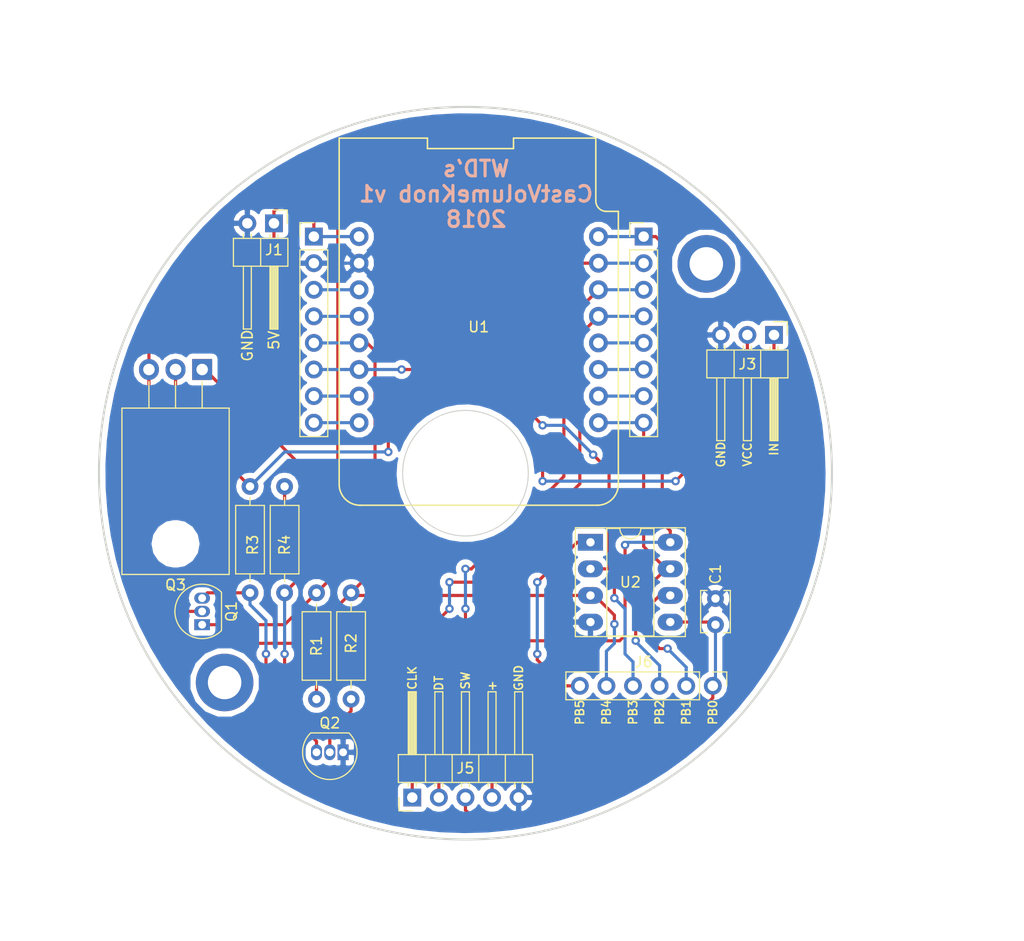
<source format=kicad_pcb>
(kicad_pcb (version 20171130) (host pcbnew "(5.0.1)-3")

  (general
    (thickness 1.6)
    (drawings 19)
    (tracks 224)
    (zones 0)
    (modules 18)
    (nets 24)
  )

  (page A4)
  (layers
    (0 F.Cu signal)
    (31 B.Cu signal)
    (32 B.Adhes user)
    (33 F.Adhes user)
    (34 B.Paste user)
    (35 F.Paste user)
    (36 B.SilkS user)
    (37 F.SilkS user)
    (38 B.Mask user)
    (39 F.Mask user)
    (40 Dwgs.User user)
    (41 Cmts.User user)
    (42 Eco1.User user)
    (43 Eco2.User user)
    (44 Edge.Cuts user)
    (45 Margin user)
    (46 B.CrtYd user)
    (47 F.CrtYd user)
    (48 B.Fab user)
    (49 F.Fab user)
  )

  (setup
    (last_trace_width 0.3)
    (trace_clearance 0.2)
    (zone_clearance 0.508)
    (zone_45_only no)
    (trace_min 0.2)
    (segment_width 0.1)
    (edge_width 0.15)
    (via_size 0.8)
    (via_drill 0.4)
    (via_min_size 0.4)
    (via_min_drill 0.3)
    (uvia_size 0.3)
    (uvia_drill 0.1)
    (uvias_allowed no)
    (uvia_min_size 0.2)
    (uvia_min_drill 0.1)
    (pcb_text_width 0.3)
    (pcb_text_size 1.5 1.5)
    (mod_edge_width 0.15)
    (mod_text_size 1 1)
    (mod_text_width 0.15)
    (pad_size 5.5 5.5)
    (pad_drill 3.2)
    (pad_to_mask_clearance 0.051)
    (solder_mask_min_width 0.25)
    (aux_axis_origin 139.7 100.33)
    (grid_origin 139.7 100.33)
    (visible_elements 7FFFFFFF)
    (pcbplotparams
      (layerselection 0x010f0_ffffffff)
      (usegerberextensions true)
      (usegerberattributes true)
      (usegerberadvancedattributes false)
      (creategerberjobfile false)
      (excludeedgelayer false)
      (linewidth 0.150000)
      (plotframeref false)
      (viasonmask false)
      (mode 1)
      (useauxorigin true)
      (hpglpennumber 1)
      (hpglpenspeed 20)
      (hpglpendiameter 15.000000)
      (psnegative false)
      (psa4output false)
      (plotreference true)
      (plotvalue true)
      (plotinvisibletext false)
      (padsonsilk false)
      (subtractmaskfromsilk false)
      (outputformat 1)
      (mirror false)
      (drillshape 0)
      (scaleselection 1)
      (outputdirectory "Gerber/"))
  )

  (net 0 "")
  (net 1 /E_BUTTON)
  (net 2 GND)
  (net 3 +5V)
  (net 4 "Net-(J2-Pad8)")
  (net 5 "Net-(J2-Pad7)")
  (net 6 /BUTTON)
  (net 7 /LED_V)
  (net 8 "Net-(J2-Pad4)")
  (net 9 "Net-(J2-Pad3)")
  (net 10 "Net-(J3-Pad1)")
  (net 11 "Net-(J3-Pad2)")
  (net 12 +3V3)
  (net 13 /NEO_PIXEL)
  (net 14 /E_DT)
  (net 15 /E_CLK)
  (net 16 "Net-(J4-Pad5)")
  (net 17 "Net-(J4-Pad6)")
  (net 18 "Net-(J4-Pad7)")
  (net 19 /WAKE_PIN)
  (net 20 "Net-(J6-Pad2)")
  (net 21 "Net-(J6-Pad6)")
  (net 22 "Net-(Q2-Pad2)")
  (net 23 "Net-(Q2-Pad3)")

  (net_class Default "This is the default net class."
    (clearance 0.2)
    (trace_width 0.3)
    (via_dia 0.8)
    (via_drill 0.4)
    (uvia_dia 0.3)
    (uvia_drill 0.1)
    (add_net +3V3)
    (add_net +5V)
    (add_net /BUTTON)
    (add_net /E_BUTTON)
    (add_net /E_CLK)
    (add_net /E_DT)
    (add_net /LED_V)
    (add_net /NEO_PIXEL)
    (add_net /WAKE_PIN)
    (add_net GND)
    (add_net "Net-(J2-Pad3)")
    (add_net "Net-(J2-Pad4)")
    (add_net "Net-(J2-Pad7)")
    (add_net "Net-(J2-Pad8)")
    (add_net "Net-(J3-Pad1)")
    (add_net "Net-(J3-Pad2)")
    (add_net "Net-(J4-Pad5)")
    (add_net "Net-(J4-Pad6)")
    (add_net "Net-(J4-Pad7)")
    (add_net "Net-(J6-Pad2)")
    (add_net "Net-(J6-Pad6)")
    (add_net "Net-(Q2-Pad2)")
    (add_net "Net-(Q2-Pad3)")
  )

  (module Connector_PinHeader_2.54mm:PinHeader_1x02_P2.54mm_Horizontal (layer F.Cu) (tedit 5C011B06) (tstamp 5C015269)
    (at 121.412 76.454 270)
    (descr "Through hole angled pin header, 1x02, 2.54mm pitch, 6mm pin length, single row")
    (tags "Through hole angled pin header THT 1x02 2.54mm single row")
    (path /5BF858A4)
    (fp_text reference J1 (at 2.54 0) (layer F.SilkS)
      (effects (font (size 1 1) (thickness 0.15)))
    )
    (fp_text value POWER_5V (at 6.096 5.08 270) (layer F.Fab)
      (effects (font (size 1 1) (thickness 0.15)))
    )
    (fp_line (start 2.135 -1.27) (end 4.04 -1.27) (layer F.Fab) (width 0.1))
    (fp_line (start 4.04 -1.27) (end 4.04 3.81) (layer F.Fab) (width 0.1))
    (fp_line (start 4.04 3.81) (end 1.5 3.81) (layer F.Fab) (width 0.1))
    (fp_line (start 1.5 3.81) (end 1.5 -0.635) (layer F.Fab) (width 0.1))
    (fp_line (start 1.5 -0.635) (end 2.135 -1.27) (layer F.Fab) (width 0.1))
    (fp_line (start -0.32 -0.32) (end 1.5 -0.32) (layer F.Fab) (width 0.1))
    (fp_line (start -0.32 -0.32) (end -0.32 0.32) (layer F.Fab) (width 0.1))
    (fp_line (start -0.32 0.32) (end 1.5 0.32) (layer F.Fab) (width 0.1))
    (fp_line (start 4.04 -0.32) (end 10.04 -0.32) (layer F.Fab) (width 0.1))
    (fp_line (start 10.04 -0.32) (end 10.04 0.32) (layer F.Fab) (width 0.1))
    (fp_line (start 4.04 0.32) (end 10.04 0.32) (layer F.Fab) (width 0.1))
    (fp_line (start -0.32 2.22) (end 1.5 2.22) (layer F.Fab) (width 0.1))
    (fp_line (start -0.32 2.22) (end -0.32 2.86) (layer F.Fab) (width 0.1))
    (fp_line (start -0.32 2.86) (end 1.5 2.86) (layer F.Fab) (width 0.1))
    (fp_line (start 4.04 2.22) (end 10.04 2.22) (layer F.Fab) (width 0.1))
    (fp_line (start 10.04 2.22) (end 10.04 2.86) (layer F.Fab) (width 0.1))
    (fp_line (start 4.04 2.86) (end 10.04 2.86) (layer F.Fab) (width 0.1))
    (fp_line (start 1.44 -1.33) (end 1.44 3.87) (layer F.SilkS) (width 0.12))
    (fp_line (start 1.44 3.87) (end 4.1 3.87) (layer F.SilkS) (width 0.12))
    (fp_line (start 4.1 3.87) (end 4.1 -1.33) (layer F.SilkS) (width 0.12))
    (fp_line (start 4.1 -1.33) (end 1.44 -1.33) (layer F.SilkS) (width 0.12))
    (fp_line (start 4.1 -0.38) (end 10.1 -0.38) (layer F.SilkS) (width 0.12))
    (fp_line (start 10.1 -0.38) (end 10.1 0.38) (layer F.SilkS) (width 0.12))
    (fp_line (start 10.1 0.38) (end 4.1 0.38) (layer F.SilkS) (width 0.12))
    (fp_line (start 4.1 -0.32) (end 10.1 -0.32) (layer F.SilkS) (width 0.12))
    (fp_line (start 4.1 -0.2) (end 10.1 -0.2) (layer F.SilkS) (width 0.12))
    (fp_line (start 4.1 -0.08) (end 10.1 -0.08) (layer F.SilkS) (width 0.12))
    (fp_line (start 4.1 0.04) (end 10.1 0.04) (layer F.SilkS) (width 0.12))
    (fp_line (start 4.1 0.16) (end 10.1 0.16) (layer F.SilkS) (width 0.12))
    (fp_line (start 4.1 0.28) (end 10.1 0.28) (layer F.SilkS) (width 0.12))
    (fp_line (start 1.11 -0.38) (end 1.44 -0.38) (layer F.SilkS) (width 0.12))
    (fp_line (start 1.11 0.38) (end 1.44 0.38) (layer F.SilkS) (width 0.12))
    (fp_line (start 1.44 1.27) (end 4.1 1.27) (layer F.SilkS) (width 0.12))
    (fp_line (start 4.1 2.16) (end 10.1 2.16) (layer F.SilkS) (width 0.12))
    (fp_line (start 10.1 2.16) (end 10.1 2.92) (layer F.SilkS) (width 0.12))
    (fp_line (start 10.1 2.92) (end 4.1 2.92) (layer F.SilkS) (width 0.12))
    (fp_line (start 1.042929 2.16) (end 1.44 2.16) (layer F.SilkS) (width 0.12))
    (fp_line (start 1.042929 2.92) (end 1.44 2.92) (layer F.SilkS) (width 0.12))
    (fp_line (start -1.27 0) (end -1.27 -1.27) (layer F.SilkS) (width 0.12))
    (fp_line (start -1.27 -1.27) (end 0 -1.27) (layer F.SilkS) (width 0.12))
    (fp_line (start -1.8 -1.8) (end -1.8 4.35) (layer F.CrtYd) (width 0.05))
    (fp_line (start -1.8 4.35) (end 10.55 4.35) (layer F.CrtYd) (width 0.05))
    (fp_line (start 10.55 4.35) (end 10.55 -1.8) (layer F.CrtYd) (width 0.05))
    (fp_line (start 10.55 -1.8) (end -1.8 -1.8) (layer F.CrtYd) (width 0.05))
    (fp_text user %R (at 7.62 1.27) (layer F.Fab)
      (effects (font (size 1 1) (thickness 0.15)))
    )
    (pad 1 thru_hole rect (at 0 0 270) (size 1.7 1.7) (drill 1) (layers *.Cu *.Mask)
      (net 3 +5V))
    (pad 2 thru_hole oval (at 0 2.54 270) (size 1.7 1.7) (drill 1) (layers *.Cu *.Mask)
      (net 2 GND))
    (model ${KISYS3DMOD}/Connector_PinHeader_2.54mm.3dshapes/PinHeader_1x02_P2.54mm_Horizontal.wrl
      (at (xyz 0 0 0))
      (scale (xyz 1 1 1))
      (rotate (xyz 0 0 0))
    )
  )

  (module Package_TO_SOT_THT:TO-92_Inline (layer F.Cu) (tedit 5C011ADE) (tstamp 5C315C18)
    (at 114.554 114.808 90)
    (descr "TO-92 leads in-line, narrow, oval pads, drill 0.75mm (see NXP sot054_po.pdf)")
    (tags "to-92 sc-43 sc-43a sot54 PA33 transistor")
    (path /5BE6F980)
    (fp_text reference Q1 (at 1.27 2.794 90) (layer F.SilkS)
      (effects (font (size 1 1) (thickness 0.15)))
    )
    (fp_text value 2N7000 (at 1.27 2.794 90) (layer F.Fab)
      (effects (font (size 1 1) (thickness 0.15)))
    )
    (fp_arc (start 1.27 0) (end 1.27 -2.6) (angle 135) (layer F.SilkS) (width 0.12))
    (fp_arc (start 1.27 0) (end 1.27 -2.48) (angle -135) (layer F.Fab) (width 0.1))
    (fp_arc (start 1.27 0) (end 1.27 -2.6) (angle -135) (layer F.SilkS) (width 0.12))
    (fp_arc (start 1.27 0) (end 1.27 -2.48) (angle 135) (layer F.Fab) (width 0.1))
    (fp_line (start 4 2.01) (end -1.46 2.01) (layer F.CrtYd) (width 0.05))
    (fp_line (start 4 2.01) (end 4 -2.73) (layer F.CrtYd) (width 0.05))
    (fp_line (start -1.46 -2.73) (end -1.46 2.01) (layer F.CrtYd) (width 0.05))
    (fp_line (start -1.46 -2.73) (end 4 -2.73) (layer F.CrtYd) (width 0.05))
    (fp_line (start -0.5 1.75) (end 3 1.75) (layer F.Fab) (width 0.1))
    (fp_line (start -0.53 1.85) (end 3.07 1.85) (layer F.SilkS) (width 0.12))
    (fp_text user %R (at 1.27 4.318 90) (layer F.Fab)
      (effects (font (size 1 1) (thickness 0.15)))
    )
    (pad 1 thru_hole rect (at 0 0 90) (size 1.05 1.5) (drill 0.75) (layers *.Cu *.Mask)
      (net 13 /NEO_PIXEL))
    (pad 3 thru_hole oval (at 2.54 0 90) (size 1.05 1.5) (drill 0.75) (layers *.Cu *.Mask)
      (net 10 "Net-(J3-Pad1)"))
    (pad 2 thru_hole oval (at 1.27 0 90) (size 1.05 1.5) (drill 0.75) (layers *.Cu *.Mask)
      (net 7 /LED_V))
    (model ${KISYS3DMOD}/Package_TO_SOT_THT.3dshapes/TO-92_Inline.wrl
      (at (xyz 0 0 0))
      (scale (xyz 1 1 1))
      (rotate (xyz 0 0 0))
    )
  )

  (module Resistor_THT:R_Axial_DIN0207_L6.3mm_D2.5mm_P10.16mm_Horizontal (layer F.Cu) (tedit 5AE5139B) (tstamp 5C3DE65A)
    (at 125.476 111.76 270)
    (descr "Resistor, Axial_DIN0207 series, Axial, Horizontal, pin pitch=10.16mm, 0.25W = 1/4W, length*diameter=6.3*2.5mm^2, http://cdn-reichelt.de/documents/datenblatt/B400/1_4W%23YAG.pdf")
    (tags "Resistor Axial_DIN0207 series Axial Horizontal pin pitch 10.16mm 0.25W = 1/4W length 6.3mm diameter 2.5mm")
    (path /5BE9AAC6)
    (fp_text reference R1 (at 5.08 0 270) (layer F.SilkS)
      (effects (font (size 1 1) (thickness 0.15)))
    )
    (fp_text value 10K (at 6.960272 -0.030324 270) (layer F.Fab)
      (effects (font (size 1 1) (thickness 0.15)))
    )
    (fp_text user %R (at 2.896272 -0.030324 270) (layer F.Fab)
      (effects (font (size 1 1) (thickness 0.15)))
    )
    (fp_line (start 11.21 -1.5) (end -1.05 -1.5) (layer F.CrtYd) (width 0.05))
    (fp_line (start 11.21 1.5) (end 11.21 -1.5) (layer F.CrtYd) (width 0.05))
    (fp_line (start -1.05 1.5) (end 11.21 1.5) (layer F.CrtYd) (width 0.05))
    (fp_line (start -1.05 -1.5) (end -1.05 1.5) (layer F.CrtYd) (width 0.05))
    (fp_line (start 9.12 0) (end 8.35 0) (layer F.SilkS) (width 0.12))
    (fp_line (start 1.04 0) (end 1.81 0) (layer F.SilkS) (width 0.12))
    (fp_line (start 8.35 -1.37) (end 1.81 -1.37) (layer F.SilkS) (width 0.12))
    (fp_line (start 8.35 1.37) (end 8.35 -1.37) (layer F.SilkS) (width 0.12))
    (fp_line (start 1.81 1.37) (end 8.35 1.37) (layer F.SilkS) (width 0.12))
    (fp_line (start 1.81 -1.37) (end 1.81 1.37) (layer F.SilkS) (width 0.12))
    (fp_line (start 10.16 0) (end 8.23 0) (layer F.Fab) (width 0.1))
    (fp_line (start 0 0) (end 1.93 0) (layer F.Fab) (width 0.1))
    (fp_line (start 8.23 -1.25) (end 1.93 -1.25) (layer F.Fab) (width 0.1))
    (fp_line (start 8.23 1.25) (end 8.23 -1.25) (layer F.Fab) (width 0.1))
    (fp_line (start 1.93 1.25) (end 8.23 1.25) (layer F.Fab) (width 0.1))
    (fp_line (start 1.93 -1.25) (end 1.93 1.25) (layer F.Fab) (width 0.1))
    (pad 2 thru_hole oval (at 10.16 0 270) (size 1.6 1.6) (drill 0.8) (layers *.Cu *.Mask)
      (net 7 /LED_V))
    (pad 1 thru_hole circle (at 0 0 270) (size 1.6 1.6) (drill 0.8) (layers *.Cu *.Mask)
      (net 13 /NEO_PIXEL))
    (model ${KISYS3DMOD}/Resistor_THT.3dshapes/R_Axial_DIN0207_L6.3mm_D2.5mm_P10.16mm_Horizontal.wrl
      (at (xyz 0 0 0))
      (scale (xyz 1 1 1))
      (rotate (xyz 0 0 0))
    )
  )

  (module Connector_PinHeader_2.54mm:PinHeader_1x05_P2.54mm_Horizontal (layer F.Cu) (tedit 5C011A89) (tstamp 5C315BEC)
    (at 134.62 131.318 90)
    (descr "Through hole angled pin header, 1x05, 2.54mm pitch, 6mm pin length, single row")
    (tags "Through hole angled pin header THT 1x05 2.54mm single row")
    (path /5BF3E68B)
    (fp_text reference J5 (at 2.794 5.08 180) (layer F.SilkS)
      (effects (font (size 1 1) (thickness 0.15)))
    )
    (fp_text value Encoder (at 2.794 1.27 180) (layer F.Fab)
      (effects (font (size 1 1) (thickness 0.15)))
    )
    (fp_line (start 2.135 -1.27) (end 4.04 -1.27) (layer F.Fab) (width 0.1))
    (fp_line (start 4.04 -1.27) (end 4.04 11.43) (layer F.Fab) (width 0.1))
    (fp_line (start 4.04 11.43) (end 1.5 11.43) (layer F.Fab) (width 0.1))
    (fp_line (start 1.5 11.43) (end 1.5 -0.635) (layer F.Fab) (width 0.1))
    (fp_line (start 1.5 -0.635) (end 2.135 -1.27) (layer F.Fab) (width 0.1))
    (fp_line (start -0.32 -0.32) (end 1.5 -0.32) (layer F.Fab) (width 0.1))
    (fp_line (start -0.32 -0.32) (end -0.32 0.32) (layer F.Fab) (width 0.1))
    (fp_line (start -0.32 0.32) (end 1.5 0.32) (layer F.Fab) (width 0.1))
    (fp_line (start 4.04 -0.32) (end 10.04 -0.32) (layer F.Fab) (width 0.1))
    (fp_line (start 10.04 -0.32) (end 10.04 0.32) (layer F.Fab) (width 0.1))
    (fp_line (start 4.04 0.32) (end 10.04 0.32) (layer F.Fab) (width 0.1))
    (fp_line (start -0.32 2.22) (end 1.5 2.22) (layer F.Fab) (width 0.1))
    (fp_line (start -0.32 2.22) (end -0.32 2.86) (layer F.Fab) (width 0.1))
    (fp_line (start -0.32 2.86) (end 1.5 2.86) (layer F.Fab) (width 0.1))
    (fp_line (start 4.04 2.22) (end 10.04 2.22) (layer F.Fab) (width 0.1))
    (fp_line (start 10.04 2.22) (end 10.04 2.86) (layer F.Fab) (width 0.1))
    (fp_line (start 4.04 2.86) (end 10.04 2.86) (layer F.Fab) (width 0.1))
    (fp_line (start -0.32 4.76) (end 1.5 4.76) (layer F.Fab) (width 0.1))
    (fp_line (start -0.32 4.76) (end -0.32 5.4) (layer F.Fab) (width 0.1))
    (fp_line (start -0.32 5.4) (end 1.5 5.4) (layer F.Fab) (width 0.1))
    (fp_line (start 4.04 4.76) (end 10.04 4.76) (layer F.Fab) (width 0.1))
    (fp_line (start 10.04 4.76) (end 10.04 5.4) (layer F.Fab) (width 0.1))
    (fp_line (start 4.04 5.4) (end 10.04 5.4) (layer F.Fab) (width 0.1))
    (fp_line (start -0.32 7.3) (end 1.5 7.3) (layer F.Fab) (width 0.1))
    (fp_line (start -0.32 7.3) (end -0.32 7.94) (layer F.Fab) (width 0.1))
    (fp_line (start -0.32 7.94) (end 1.5 7.94) (layer F.Fab) (width 0.1))
    (fp_line (start 4.04 7.3) (end 10.04 7.3) (layer F.Fab) (width 0.1))
    (fp_line (start 10.04 7.3) (end 10.04 7.94) (layer F.Fab) (width 0.1))
    (fp_line (start 4.04 7.94) (end 10.04 7.94) (layer F.Fab) (width 0.1))
    (fp_line (start -0.32 9.84) (end 1.5 9.84) (layer F.Fab) (width 0.1))
    (fp_line (start -0.32 9.84) (end -0.32 10.48) (layer F.Fab) (width 0.1))
    (fp_line (start -0.32 10.48) (end 1.5 10.48) (layer F.Fab) (width 0.1))
    (fp_line (start 4.04 9.84) (end 10.04 9.84) (layer F.Fab) (width 0.1))
    (fp_line (start 10.04 9.84) (end 10.04 10.48) (layer F.Fab) (width 0.1))
    (fp_line (start 4.04 10.48) (end 10.04 10.48) (layer F.Fab) (width 0.1))
    (fp_line (start 1.44 -1.33) (end 1.44 11.49) (layer F.SilkS) (width 0.12))
    (fp_line (start 1.44 11.49) (end 4.1 11.49) (layer F.SilkS) (width 0.12))
    (fp_line (start 4.1 11.49) (end 4.1 -1.33) (layer F.SilkS) (width 0.12))
    (fp_line (start 4.1 -1.33) (end 1.44 -1.33) (layer F.SilkS) (width 0.12))
    (fp_line (start 4.1 -0.38) (end 10.1 -0.38) (layer F.SilkS) (width 0.12))
    (fp_line (start 10.1 -0.38) (end 10.1 0.38) (layer F.SilkS) (width 0.12))
    (fp_line (start 10.1 0.38) (end 4.1 0.38) (layer F.SilkS) (width 0.12))
    (fp_line (start 4.1 -0.32) (end 10.1 -0.32) (layer F.SilkS) (width 0.12))
    (fp_line (start 4.1 -0.2) (end 10.1 -0.2) (layer F.SilkS) (width 0.12))
    (fp_line (start 4.1 -0.08) (end 10.1 -0.08) (layer F.SilkS) (width 0.12))
    (fp_line (start 4.1 0.04) (end 10.1 0.04) (layer F.SilkS) (width 0.12))
    (fp_line (start 4.1 0.16) (end 10.1 0.16) (layer F.SilkS) (width 0.12))
    (fp_line (start 4.1 0.28) (end 10.1 0.28) (layer F.SilkS) (width 0.12))
    (fp_line (start 1.11 -0.38) (end 1.44 -0.38) (layer F.SilkS) (width 0.12))
    (fp_line (start 1.11 0.38) (end 1.44 0.38) (layer F.SilkS) (width 0.12))
    (fp_line (start 1.44 1.27) (end 4.1 1.27) (layer F.SilkS) (width 0.12))
    (fp_line (start 4.1 2.16) (end 10.1 2.16) (layer F.SilkS) (width 0.12))
    (fp_line (start 10.1 2.16) (end 10.1 2.92) (layer F.SilkS) (width 0.12))
    (fp_line (start 10.1 2.92) (end 4.1 2.92) (layer F.SilkS) (width 0.12))
    (fp_line (start 1.042929 2.16) (end 1.44 2.16) (layer F.SilkS) (width 0.12))
    (fp_line (start 1.042929 2.92) (end 1.44 2.92) (layer F.SilkS) (width 0.12))
    (fp_line (start 1.44 3.81) (end 4.1 3.81) (layer F.SilkS) (width 0.12))
    (fp_line (start 4.1 4.7) (end 10.1 4.7) (layer F.SilkS) (width 0.12))
    (fp_line (start 10.1 4.7) (end 10.1 5.46) (layer F.SilkS) (width 0.12))
    (fp_line (start 10.1 5.46) (end 4.1 5.46) (layer F.SilkS) (width 0.12))
    (fp_line (start 1.042929 4.7) (end 1.44 4.7) (layer F.SilkS) (width 0.12))
    (fp_line (start 1.042929 5.46) (end 1.44 5.46) (layer F.SilkS) (width 0.12))
    (fp_line (start 1.44 6.35) (end 4.1 6.35) (layer F.SilkS) (width 0.12))
    (fp_line (start 4.1 7.24) (end 10.1 7.24) (layer F.SilkS) (width 0.12))
    (fp_line (start 10.1 7.24) (end 10.1 8) (layer F.SilkS) (width 0.12))
    (fp_line (start 10.1 8) (end 4.1 8) (layer F.SilkS) (width 0.12))
    (fp_line (start 1.042929 7.24) (end 1.44 7.24) (layer F.SilkS) (width 0.12))
    (fp_line (start 1.042929 8) (end 1.44 8) (layer F.SilkS) (width 0.12))
    (fp_line (start 1.44 8.89) (end 4.1 8.89) (layer F.SilkS) (width 0.12))
    (fp_line (start 4.1 9.78) (end 10.1 9.78) (layer F.SilkS) (width 0.12))
    (fp_line (start 10.1 9.78) (end 10.1 10.54) (layer F.SilkS) (width 0.12))
    (fp_line (start 10.1 10.54) (end 4.1 10.54) (layer F.SilkS) (width 0.12))
    (fp_line (start 1.042929 9.78) (end 1.44 9.78) (layer F.SilkS) (width 0.12))
    (fp_line (start 1.042929 10.54) (end 1.44 10.54) (layer F.SilkS) (width 0.12))
    (fp_line (start -1.27 0) (end -1.27 -1.27) (layer F.SilkS) (width 0.12))
    (fp_line (start -1.27 -1.27) (end 0 -1.27) (layer F.SilkS) (width 0.12))
    (fp_line (start -1.8 -1.8) (end -1.8 11.95) (layer F.CrtYd) (width 0.05))
    (fp_line (start -1.8 11.95) (end 10.55 11.95) (layer F.CrtYd) (width 0.05))
    (fp_line (start 10.55 11.95) (end 10.55 -1.8) (layer F.CrtYd) (width 0.05))
    (fp_line (start 10.55 -1.8) (end -1.8 -1.8) (layer F.CrtYd) (width 0.05))
    (fp_text user %R (at 2.54 10.16 180) (layer F.Fab)
      (effects (font (size 1 1) (thickness 0.15)))
    )
    (pad 1 thru_hole rect (at 0 0 90) (size 1.7 1.7) (drill 1) (layers *.Cu *.Mask)
      (net 15 /E_CLK))
    (pad 2 thru_hole oval (at 0 2.54 90) (size 1.7 1.7) (drill 1) (layers *.Cu *.Mask)
      (net 14 /E_DT))
    (pad 3 thru_hole oval (at 0 5.08 90) (size 1.7 1.7) (drill 1) (layers *.Cu *.Mask)
      (net 1 /E_BUTTON))
    (pad 4 thru_hole oval (at 0 7.62 90) (size 1.7 1.7) (drill 1) (layers *.Cu *.Mask)
      (net 12 +3V3))
    (pad 5 thru_hole oval (at 0 10.16 90) (size 1.7 1.7) (drill 1) (layers *.Cu *.Mask)
      (net 2 GND))
    (model ${KISYS3DMOD}/Connector_PinHeader_2.54mm.3dshapes/PinHeader_1x05_P2.54mm_Horizontal.wrl
      (at (xyz 0 0 0))
      (scale (xyz 1 1 1))
      (rotate (xyz 0 0 0))
    )
  )

  (module Connector_PinHeader_2.54mm:PinHeader_1x03_P2.54mm_Horizontal (layer F.Cu) (tedit 5C011A9D) (tstamp 5C3E19CA)
    (at 169.164 87.122 270)
    (descr "Through hole angled pin header, 1x03, 2.54mm pitch, 6mm pin length, single row")
    (tags "Through hole angled pin header THT 1x03 2.54mm single row")
    (path /5BED5659)
    (fp_text reference J3 (at 2.794 2.54 180) (layer F.SilkS)
      (effects (font (size 1 1) (thickness 0.15)))
    )
    (fp_text value NeoPixelRing (at 5.334 7.62 270) (layer F.Fab)
      (effects (font (size 1 1) (thickness 0.15)))
    )
    (fp_line (start 2.135 -1.27) (end 4.04 -1.27) (layer F.Fab) (width 0.1))
    (fp_line (start 4.04 -1.27) (end 4.04 6.35) (layer F.Fab) (width 0.1))
    (fp_line (start 4.04 6.35) (end 1.5 6.35) (layer F.Fab) (width 0.1))
    (fp_line (start 1.5 6.35) (end 1.5 -0.635) (layer F.Fab) (width 0.1))
    (fp_line (start 1.5 -0.635) (end 2.135 -1.27) (layer F.Fab) (width 0.1))
    (fp_line (start -0.32 -0.32) (end 1.5 -0.32) (layer F.Fab) (width 0.1))
    (fp_line (start -0.32 -0.32) (end -0.32 0.32) (layer F.Fab) (width 0.1))
    (fp_line (start -0.32 0.32) (end 1.5 0.32) (layer F.Fab) (width 0.1))
    (fp_line (start 4.04 -0.32) (end 10.04 -0.32) (layer F.Fab) (width 0.1))
    (fp_line (start 10.04 -0.32) (end 10.04 0.32) (layer F.Fab) (width 0.1))
    (fp_line (start 4.04 0.32) (end 10.04 0.32) (layer F.Fab) (width 0.1))
    (fp_line (start -0.32 2.22) (end 1.5 2.22) (layer F.Fab) (width 0.1))
    (fp_line (start -0.32 2.22) (end -0.32 2.86) (layer F.Fab) (width 0.1))
    (fp_line (start -0.32 2.86) (end 1.5 2.86) (layer F.Fab) (width 0.1))
    (fp_line (start 4.04 2.22) (end 10.04 2.22) (layer F.Fab) (width 0.1))
    (fp_line (start 10.04 2.22) (end 10.04 2.86) (layer F.Fab) (width 0.1))
    (fp_line (start 4.04 2.86) (end 10.04 2.86) (layer F.Fab) (width 0.1))
    (fp_line (start -0.32 4.76) (end 1.5 4.76) (layer F.Fab) (width 0.1))
    (fp_line (start -0.32 4.76) (end -0.32 5.4) (layer F.Fab) (width 0.1))
    (fp_line (start -0.32 5.4) (end 1.5 5.4) (layer F.Fab) (width 0.1))
    (fp_line (start 4.04 4.76) (end 10.04 4.76) (layer F.Fab) (width 0.1))
    (fp_line (start 10.04 4.76) (end 10.04 5.4) (layer F.Fab) (width 0.1))
    (fp_line (start 4.04 5.4) (end 10.04 5.4) (layer F.Fab) (width 0.1))
    (fp_line (start 1.44 -1.33) (end 1.44 6.41) (layer F.SilkS) (width 0.12))
    (fp_line (start 1.44 6.41) (end 4.1 6.41) (layer F.SilkS) (width 0.12))
    (fp_line (start 4.1 6.41) (end 4.1 -1.33) (layer F.SilkS) (width 0.12))
    (fp_line (start 4.1 -1.33) (end 1.44 -1.33) (layer F.SilkS) (width 0.12))
    (fp_line (start 4.1 -0.38) (end 10.1 -0.38) (layer F.SilkS) (width 0.12))
    (fp_line (start 10.1 -0.38) (end 10.1 0.38) (layer F.SilkS) (width 0.12))
    (fp_line (start 10.1 0.38) (end 4.1 0.38) (layer F.SilkS) (width 0.12))
    (fp_line (start 4.1 -0.32) (end 10.1 -0.32) (layer F.SilkS) (width 0.12))
    (fp_line (start 4.1 -0.2) (end 10.1 -0.2) (layer F.SilkS) (width 0.12))
    (fp_line (start 4.1 -0.08) (end 10.1 -0.08) (layer F.SilkS) (width 0.12))
    (fp_line (start 4.1 0.04) (end 10.1 0.04) (layer F.SilkS) (width 0.12))
    (fp_line (start 4.1 0.16) (end 10.1 0.16) (layer F.SilkS) (width 0.12))
    (fp_line (start 4.1 0.28) (end 10.1 0.28) (layer F.SilkS) (width 0.12))
    (fp_line (start 1.11 -0.38) (end 1.44 -0.38) (layer F.SilkS) (width 0.12))
    (fp_line (start 1.11 0.38) (end 1.44 0.38) (layer F.SilkS) (width 0.12))
    (fp_line (start 1.44 1.27) (end 4.1 1.27) (layer F.SilkS) (width 0.12))
    (fp_line (start 4.1 2.16) (end 10.1 2.16) (layer F.SilkS) (width 0.12))
    (fp_line (start 10.1 2.16) (end 10.1 2.92) (layer F.SilkS) (width 0.12))
    (fp_line (start 10.1 2.92) (end 4.1 2.92) (layer F.SilkS) (width 0.12))
    (fp_line (start 1.042929 2.16) (end 1.44 2.16) (layer F.SilkS) (width 0.12))
    (fp_line (start 1.042929 2.92) (end 1.44 2.92) (layer F.SilkS) (width 0.12))
    (fp_line (start 1.44 3.81) (end 4.1 3.81) (layer F.SilkS) (width 0.12))
    (fp_line (start 4.1 4.7) (end 10.1 4.7) (layer F.SilkS) (width 0.12))
    (fp_line (start 10.1 4.7) (end 10.1 5.46) (layer F.SilkS) (width 0.12))
    (fp_line (start 10.1 5.46) (end 4.1 5.46) (layer F.SilkS) (width 0.12))
    (fp_line (start 1.042929 4.7) (end 1.44 4.7) (layer F.SilkS) (width 0.12))
    (fp_line (start 1.042929 5.46) (end 1.44 5.46) (layer F.SilkS) (width 0.12))
    (fp_line (start -1.27 0) (end -1.27 -1.27) (layer F.SilkS) (width 0.12))
    (fp_line (start -1.27 -1.27) (end 0 -1.27) (layer F.SilkS) (width 0.12))
    (fp_line (start -1.8 -1.8) (end -1.8 6.85) (layer F.CrtYd) (width 0.05))
    (fp_line (start -1.8 6.85) (end 10.55 6.85) (layer F.CrtYd) (width 0.05))
    (fp_line (start 10.55 6.85) (end 10.55 -1.8) (layer F.CrtYd) (width 0.05))
    (fp_line (start 10.55 -1.8) (end -1.8 -1.8) (layer F.CrtYd) (width 0.05))
    (fp_text user %R (at 2.77 2.54) (layer F.Fab)
      (effects (font (size 1 1) (thickness 0.15)))
    )
    (pad 1 thru_hole rect (at 0 0 270) (size 1.7 1.7) (drill 1) (layers *.Cu *.Mask)
      (net 10 "Net-(J3-Pad1)"))
    (pad 2 thru_hole oval (at 0 2.54 270) (size 1.7 1.7) (drill 1) (layers *.Cu *.Mask)
      (net 11 "Net-(J3-Pad2)"))
    (pad 3 thru_hole oval (at 0 5.08 270) (size 1.7 1.7) (drill 1) (layers *.Cu *.Mask)
      (net 2 GND))
    (model ${KISYS3DMOD}/Connector_PinHeader_2.54mm.3dshapes/PinHeader_1x03_P2.54mm_Horizontal.wrl
      (at (xyz 0 0 0))
      (scale (xyz 1 1 1))
      (rotate (xyz 0 0 0))
    )
  )

  (module Connector_PinHeader_2.54mm:PinHeader_1x08_P2.54mm_Vertical (layer F.Cu) (tedit 5C006E64) (tstamp 5C31807A)
    (at 125.222 77.724)
    (descr "Through hole straight pin header, 1x08, 2.54mm pitch, single row")
    (tags "Through hole pin header THT 1x08 2.54mm single row")
    (path /5BED7C5E)
    (fp_text reference J2 (at 0 -2.33) (layer F.SilkS) hide
      (effects (font (size 1 1) (thickness 0.15)))
    )
    (fp_text value Conn_01x08 (at 0 20.11) (layer F.Fab)
      (effects (font (size 1 1) (thickness 0.15)))
    )
    (fp_text user %R (at 0 8.89 90) (layer F.Fab)
      (effects (font (size 1 1) (thickness 0.15)))
    )
    (fp_line (start 1.8 -1.8) (end -1.8 -1.8) (layer F.CrtYd) (width 0.05))
    (fp_line (start 1.8 19.55) (end 1.8 -1.8) (layer F.CrtYd) (width 0.05))
    (fp_line (start -1.8 19.55) (end 1.8 19.55) (layer F.CrtYd) (width 0.05))
    (fp_line (start -1.8 -1.8) (end -1.8 19.55) (layer F.CrtYd) (width 0.05))
    (fp_line (start -1.33 -1.33) (end 0 -1.33) (layer F.SilkS) (width 0.12))
    (fp_line (start -1.33 0) (end -1.33 -1.33) (layer F.SilkS) (width 0.12))
    (fp_line (start -1.33 1.27) (end 1.33 1.27) (layer F.SilkS) (width 0.12))
    (fp_line (start 1.33 1.27) (end 1.33 19.11) (layer F.SilkS) (width 0.12))
    (fp_line (start -1.33 1.27) (end -1.33 19.11) (layer F.SilkS) (width 0.12))
    (fp_line (start -1.33 19.11) (end 1.33 19.11) (layer F.SilkS) (width 0.12))
    (fp_line (start -1.27 -0.635) (end -0.635 -1.27) (layer F.Fab) (width 0.1))
    (fp_line (start -1.27 19.05) (end -1.27 -0.635) (layer F.Fab) (width 0.1))
    (fp_line (start 1.27 19.05) (end -1.27 19.05) (layer F.Fab) (width 0.1))
    (fp_line (start 1.27 -1.27) (end 1.27 19.05) (layer F.Fab) (width 0.1))
    (fp_line (start -0.635 -1.27) (end 1.27 -1.27) (layer F.Fab) (width 0.1))
    (pad 8 thru_hole oval (at 0 17.78) (size 1.7 1.7) (drill 1) (layers *.Cu *.Mask)
      (net 4 "Net-(J2-Pad8)"))
    (pad 7 thru_hole oval (at 0 15.24) (size 1.7 1.7) (drill 1) (layers *.Cu *.Mask)
      (net 5 "Net-(J2-Pad7)"))
    (pad 6 thru_hole oval (at 0 12.7) (size 1.7 1.7) (drill 1) (layers *.Cu *.Mask)
      (net 6 /BUTTON))
    (pad 5 thru_hole oval (at 0 10.16) (size 1.7 1.7) (drill 1) (layers *.Cu *.Mask)
      (net 7 /LED_V))
    (pad 4 thru_hole oval (at 0 7.62) (size 1.7 1.7) (drill 1) (layers *.Cu *.Mask)
      (net 8 "Net-(J2-Pad4)"))
    (pad 3 thru_hole oval (at 0 5.08) (size 1.7 1.7) (drill 1) (layers *.Cu *.Mask)
      (net 9 "Net-(J2-Pad3)"))
    (pad 2 thru_hole oval (at 0 2.54) (size 1.7 1.7) (drill 1) (layers *.Cu *.Mask)
      (net 2 GND))
    (pad 1 thru_hole rect (at 0 0) (size 1.7 1.7) (drill 1) (layers *.Cu *.Mask)
      (net 3 +5V))
  )

  (module wemos-d1-mini:wemos-d1-mini-connectors-only (layer F.Cu) (tedit 5C006EDF) (tstamp 5C315CD1)
    (at 140.97 86.614 270)
    (path /5BE35DA7)
    (fp_text reference U1 (at -0.254 0) (layer F.SilkS)
      (effects (font (size 1 1) (thickness 0.15)))
    )
    (fp_text value WeMos_mini (at -4.826 -0.254) (layer F.Fab)
      (effects (font (size 1 1) (thickness 0.15)))
    )
    (fp_line (start -18.3 13.33) (end 14.78 13.33) (layer F.SilkS) (width 0.15))
    (fp_line (start 16.78 11.33) (end 16.78 -11.33) (layer F.SilkS) (width 0.15))
    (fp_line (start 14.78 -13.33) (end -11.3 -13.33) (layer F.SilkS) (width 0.15))
    (fp_line (start -18.3 -11.18) (end -18.3 -3.32) (layer F.SilkS) (width 0.15))
    (fp_line (start -18.3 -3.32) (end -17.3 -3.32) (layer F.SilkS) (width 0.15))
    (fp_line (start -17.3 -3.32) (end -17.3 4.9) (layer F.SilkS) (width 0.15))
    (fp_line (start -17.3 4.9) (end -18.3 4.9) (layer F.SilkS) (width 0.15))
    (fp_line (start -18.3 4.9) (end -18.3 13.329999) (layer F.SilkS) (width 0.15))
    (fp_line (start -11.48 -13.5) (end 14.85 -13.5) (layer F.CrtYd) (width 0.05))
    (fp_line (start 16.94 -11.5) (end 16.94 11.5) (layer F.CrtYd) (width 0.05))
    (fp_line (start 14.94 13.5) (end -18.46 13.5) (layer F.CrtYd) (width 0.05))
    (fp_line (start -18.46 13.5) (end -18.46 -11.33) (layer F.CrtYd) (width 0.05))
    (fp_arc (start 14.78 -11.33) (end 14.78 -13.33) (angle 90) (layer F.SilkS) (width 0.15))
    (fp_arc (start 14.78 11.33) (end 16.78 11.33) (angle 90) (layer F.SilkS) (width 0.15))
    (fp_arc (start 14.94 11.5) (end 16.94 11.5) (angle 90) (layer F.CrtYd) (width 0.05))
    (fp_arc (start 14.94 -11.5) (end 14.85 -13.5) (angle 92.57657183) (layer F.CrtYd) (width 0.05))
    (fp_line (start -18.3 -11.18) (end -12.3 -11.18) (layer F.SilkS) (width 0.15))
    (fp_arc (start -12.3 -12.18) (end -11.3 -12.18) (angle 90) (layer F.SilkS) (width 0.15))
    (fp_line (start -11.3 -12.17) (end -11.3 -13.33) (layer F.SilkS) (width 0.15))
    (fp_line (start -11.3 -13.33) (end -11.3 -13.33) (layer F.SilkS) (width 0.15))
    (fp_line (start -11.48 -13.5) (end -11.48 -12.33) (layer F.CrtYd) (width 0.05))
    (fp_line (start -18.46 -11.33) (end -12.48 -11.33) (layer F.CrtYd) (width 0.05))
    (fp_arc (start -12.48 -12.33) (end -11.48 -12.33) (angle 90) (layer F.CrtYd) (width 0.05))
    (pad 16 thru_hole circle (at -8.89 -11.43 270) (size 1.8 1.8) (drill 1.016) (layers *.Cu *.Mask)
      (net 12 +3V3))
    (pad 1 thru_hole circle (at -8.89 11.43 270) (size 1.8 1.8) (drill 1.016) (layers *.Cu *.Mask)
      (net 3 +5V))
    (pad 15 thru_hole circle (at -6.35 -11.43 270) (size 1.8 1.8) (drill 1.016) (layers *.Cu *.Mask)
      (net 13 /NEO_PIXEL))
    (pad 2 thru_hole circle (at -6.35 11.43 270) (size 1.8 1.8) (drill 1.016) (layers *.Cu *.Mask)
      (net 2 GND))
    (pad 14 thru_hole circle (at -3.81 -11.43 270) (size 1.8 1.8) (drill 1.016) (layers *.Cu *.Mask)
      (net 14 /E_DT))
    (pad 3 thru_hole circle (at -3.81 11.43 270) (size 1.8 1.8) (drill 1.016) (layers *.Cu *.Mask)
      (net 9 "Net-(J2-Pad3)"))
    (pad 13 thru_hole circle (at -1.27 -11.43 270) (size 1.8 1.8) (drill 1.016) (layers *.Cu *.Mask)
      (net 15 /E_CLK))
    (pad 4 thru_hole circle (at -1.27 11.43 270) (size 1.8 1.8) (drill 1.016) (layers *.Cu *.Mask)
      (net 8 "Net-(J2-Pad4)"))
    (pad 12 thru_hole circle (at 1.27 -11.43 270) (size 1.8 1.8) (drill 1.016) (layers *.Cu *.Mask)
      (net 16 "Net-(J4-Pad5)"))
    (pad 5 thru_hole circle (at 1.27 11.43 270) (size 1.8 1.8) (drill 1.016) (layers *.Cu *.Mask)
      (net 7 /LED_V))
    (pad 11 thru_hole circle (at 3.81 -11.43 270) (size 1.8 1.8) (drill 1.016) (layers *.Cu *.Mask)
      (net 17 "Net-(J4-Pad6)"))
    (pad 6 thru_hole circle (at 3.81 11.43 270) (size 1.8 1.8) (drill 1.016) (layers *.Cu *.Mask)
      (net 6 /BUTTON))
    (pad 10 thru_hole circle (at 6.35 -11.43 270) (size 1.8 1.8) (drill 1.016) (layers *.Cu *.Mask)
      (net 18 "Net-(J4-Pad7)"))
    (pad 7 thru_hole circle (at 6.35 11.43 270) (size 1.8 1.8) (drill 1.016) (layers *.Cu *.Mask)
      (net 5 "Net-(J2-Pad7)"))
    (pad 9 thru_hole circle (at 8.89 -11.43 270) (size 1.8 1.8) (drill 1.016) (layers *.Cu *.Mask)
      (net 19 /WAKE_PIN))
    (pad 8 thru_hole circle (at 8.89 11.43 270) (size 1.8 1.8) (drill 1.016) (layers *.Cu *.Mask)
      (net 4 "Net-(J2-Pad8)"))
    (model C:/Users/WebmasterTD/Documents/KiCad_Libs/wemos-d1-mini-kicad-master/3dshapes/wemos_d1_mini.3dshapes/d1_mini_shield.wrl
      (offset (xyz -17.85 -12.75 3.81))
      (scale (xyz 0.393701 0.393701 0.393701))
      (rotate (xyz 0 180 90))
    )
    (model C:/Users/WebmasterTD/Documents/KiCad_Libs/wemos-d1-mini-kicad-master/3dshapes/wemos_d1_mini.3dshapes/conn-1x8-straight-long-pins.wrl
      (offset (xyz 0 11.4 -1.6))
      (scale (xyz 0.393701 0.393701 0.393701))
      (rotate (xyz 0 0 0))
    )
    (model C:/Users/WebmasterTD/Documents/KiCad_Libs/wemos-d1-mini-kicad-master/3dshapes/wemos_d1_mini.3dshapes/conn-1x8-straight-long-pins.wrl
      (offset (xyz 0 -11.4 -1.6))
      (scale (xyz 0.393701 0.393701 0.393701))
      (rotate (xyz 0 0 0))
    )
  )

  (module Package_TO_SOT_THT:TO-92_Inline (layer F.Cu) (tedit 5C011AC7) (tstamp 5C318998)
    (at 128.016 127 180)
    (descr "TO-92 leads in-line, narrow, oval pads, drill 0.75mm (see NXP sot054_po.pdf)")
    (tags "to-92 sc-43 sc-43a sot54 PA33 transistor")
    (path /5BE6F760)
    (fp_text reference Q2 (at 1.27 2.794 180) (layer F.SilkS)
      (effects (font (size 1 1) (thickness 0.15)))
    )
    (fp_text value 2N3904 (at 1.27 2.79 180) (layer F.Fab)
      (effects (font (size 1 1) (thickness 0.15)))
    )
    (fp_text user %R (at 1.27 -3.56 180) (layer F.Fab)
      (effects (font (size 1 1) (thickness 0.15)))
    )
    (fp_line (start -0.53 1.85) (end 3.07 1.85) (layer F.SilkS) (width 0.12))
    (fp_line (start -0.5 1.75) (end 3 1.75) (layer F.Fab) (width 0.1))
    (fp_line (start -1.46 -2.73) (end 4 -2.73) (layer F.CrtYd) (width 0.05))
    (fp_line (start -1.46 -2.73) (end -1.46 2.01) (layer F.CrtYd) (width 0.05))
    (fp_line (start 4 2.01) (end 4 -2.73) (layer F.CrtYd) (width 0.05))
    (fp_line (start 4 2.01) (end -1.46 2.01) (layer F.CrtYd) (width 0.05))
    (fp_arc (start 1.27 0) (end 1.27 -2.48) (angle 135) (layer F.Fab) (width 0.1))
    (fp_arc (start 1.27 0) (end 1.27 -2.6) (angle -135) (layer F.SilkS) (width 0.12))
    (fp_arc (start 1.27 0) (end 1.27 -2.48) (angle -135) (layer F.Fab) (width 0.1))
    (fp_arc (start 1.27 0) (end 1.27 -2.6) (angle 135) (layer F.SilkS) (width 0.12))
    (pad 2 thru_hole oval (at 1.27 0 180) (size 1.05 1.5) (drill 0.75) (layers *.Cu *.Mask)
      (net 22 "Net-(Q2-Pad2)"))
    (pad 3 thru_hole oval (at 2.54 0 180) (size 1.05 1.5) (drill 0.75) (layers *.Cu *.Mask)
      (net 23 "Net-(Q2-Pad3)"))
    (pad 1 thru_hole rect (at 0 0 180) (size 1.05 1.5) (drill 0.75) (layers *.Cu *.Mask)
      (net 2 GND))
    (model ${KISYS3DMOD}/Package_TO_SOT_THT.3dshapes/TO-92_Inline.wrl
      (at (xyz 0 0 0))
      (scale (xyz 1 1 1))
      (rotate (xyz 0 0 0))
    )
  )

  (module MountingHole:MountingHole_3.2mm_M3_ISO14580_Pad (layer F.Cu) (tedit 5C006E3C) (tstamp 5C00760E)
    (at 116.7 120.33)
    (descr "Mounting Hole 3.2mm, M3, ISO14580")
    (tags "mounting hole 3.2mm m3 iso14580")
    (attr virtual)
    (fp_text reference "" (at 0 -3.75) (layer F.SilkS) hide
      (effects (font (size 1 1) (thickness 0.15)))
    )
    (fp_text value "" (at 0 3.75) (layer F.Fab) hide
      (effects (font (size 1 1) (thickness 0.15)))
    )
    (fp_text user %R (at 0.3 0) (layer F.Fab)
      (effects (font (size 1 1) (thickness 0.15)))
    )
    (fp_circle (center 0 0) (end 2.75 0) (layer Cmts.User) (width 0.15))
    (fp_circle (center 0 0) (end 3 0) (layer F.CrtYd) (width 0.05))
    (pad 1 thru_hole circle (at 0 0) (size 5.5 5.5) (drill 3.2) (layers *.Cu *.Mask))
  )

  (module Capacitor_THT:C_Disc_D3.8mm_W2.6mm_P2.50mm (layer F.Cu) (tedit 5AE50EF0) (tstamp 5C317A47)
    (at 163.576 114.808 90)
    (descr "C, Disc series, Radial, pin pitch=2.50mm, , diameter*width=3.8*2.6mm^2, Capacitor, http://www.vishay.com/docs/45233/krseries.pdf")
    (tags "C Disc series Radial pin pitch 2.50mm  diameter 3.8mm width 2.6mm Capacitor")
    (path /5BF99E77)
    (fp_text reference C1 (at 4.826 0 90) (layer F.SilkS)
      (effects (font (size 1 1) (thickness 0.15)))
    )
    (fp_text value 0.3uF (at 1.25 2.55 90) (layer F.Fab)
      (effects (font (size 1 1) (thickness 0.15)))
    )
    (fp_line (start -0.65 -1.3) (end -0.65 1.3) (layer F.Fab) (width 0.1))
    (fp_line (start -0.65 1.3) (end 3.15 1.3) (layer F.Fab) (width 0.1))
    (fp_line (start 3.15 1.3) (end 3.15 -1.3) (layer F.Fab) (width 0.1))
    (fp_line (start 3.15 -1.3) (end -0.65 -1.3) (layer F.Fab) (width 0.1))
    (fp_line (start -0.77 -1.42) (end 3.27 -1.42) (layer F.SilkS) (width 0.12))
    (fp_line (start -0.77 1.42) (end 3.27 1.42) (layer F.SilkS) (width 0.12))
    (fp_line (start -0.77 -1.42) (end -0.77 -0.795) (layer F.SilkS) (width 0.12))
    (fp_line (start -0.77 0.795) (end -0.77 1.42) (layer F.SilkS) (width 0.12))
    (fp_line (start 3.27 -1.42) (end 3.27 -0.795) (layer F.SilkS) (width 0.12))
    (fp_line (start 3.27 0.795) (end 3.27 1.42) (layer F.SilkS) (width 0.12))
    (fp_line (start -1.05 -1.55) (end -1.05 1.55) (layer F.CrtYd) (width 0.05))
    (fp_line (start -1.05 1.55) (end 3.55 1.55) (layer F.CrtYd) (width 0.05))
    (fp_line (start 3.55 1.55) (end 3.55 -1.55) (layer F.CrtYd) (width 0.05))
    (fp_line (start 3.55 -1.55) (end -1.05 -1.55) (layer F.CrtYd) (width 0.05))
    (fp_text user %R (at 1.25 0 90) (layer F.Fab)
      (effects (font (size 0.76 0.76) (thickness 0.114)))
    )
    (pad 1 thru_hole circle (at 0 0 90) (size 1.6 1.6) (drill 0.8) (layers *.Cu *.Mask)
      (net 1 /E_BUTTON))
    (pad 2 thru_hole circle (at 2.5 0 90) (size 1.6 1.6) (drill 0.8) (layers *.Cu *.Mask)
      (net 2 GND))
    (model ${KISYS3DMOD}/Capacitor_THT.3dshapes/C_Disc_D3.8mm_W2.6mm_P2.50mm.wrl
      (at (xyz 0 0 0))
      (scale (xyz 1 1 1))
      (rotate (xyz 0 0 0))
    )
  )

  (module Connector_PinHeader_2.54mm:PinHeader_1x08_P2.54mm_Vertical (layer F.Cu) (tedit 5C006E68) (tstamp 5C317FF2)
    (at 156.718 77.724)
    (descr "Through hole straight pin header, 1x08, 2.54mm pitch, single row")
    (tags "Through hole pin header THT 1x08 2.54mm single row")
    (path /5BED7AC2)
    (fp_text reference J4 (at 0 -2.33) (layer F.SilkS) hide
      (effects (font (size 1 1) (thickness 0.15)))
    )
    (fp_text value Conn_01x08 (at 0 20.11) (layer F.Fab)
      (effects (font (size 1 1) (thickness 0.15)))
    )
    (fp_line (start -0.635 -1.27) (end 1.27 -1.27) (layer F.Fab) (width 0.1))
    (fp_line (start 1.27 -1.27) (end 1.27 19.05) (layer F.Fab) (width 0.1))
    (fp_line (start 1.27 19.05) (end -1.27 19.05) (layer F.Fab) (width 0.1))
    (fp_line (start -1.27 19.05) (end -1.27 -0.635) (layer F.Fab) (width 0.1))
    (fp_line (start -1.27 -0.635) (end -0.635 -1.27) (layer F.Fab) (width 0.1))
    (fp_line (start -1.33 19.11) (end 1.33 19.11) (layer F.SilkS) (width 0.12))
    (fp_line (start -1.33 1.27) (end -1.33 19.11) (layer F.SilkS) (width 0.12))
    (fp_line (start 1.33 1.27) (end 1.33 19.11) (layer F.SilkS) (width 0.12))
    (fp_line (start -1.33 1.27) (end 1.33 1.27) (layer F.SilkS) (width 0.12))
    (fp_line (start -1.33 0) (end -1.33 -1.33) (layer F.SilkS) (width 0.12))
    (fp_line (start -1.33 -1.33) (end 0 -1.33) (layer F.SilkS) (width 0.12))
    (fp_line (start -1.8 -1.8) (end -1.8 19.55) (layer F.CrtYd) (width 0.05))
    (fp_line (start -1.8 19.55) (end 1.8 19.55) (layer F.CrtYd) (width 0.05))
    (fp_line (start 1.8 19.55) (end 1.8 -1.8) (layer F.CrtYd) (width 0.05))
    (fp_line (start 1.8 -1.8) (end -1.8 -1.8) (layer F.CrtYd) (width 0.05))
    (fp_text user %R (at 0 8.89 90) (layer F.Fab)
      (effects (font (size 1 1) (thickness 0.15)))
    )
    (pad 1 thru_hole rect (at 0 0) (size 1.7 1.7) (drill 1) (layers *.Cu *.Mask)
      (net 12 +3V3))
    (pad 2 thru_hole oval (at 0 2.54) (size 1.7 1.7) (drill 1) (layers *.Cu *.Mask)
      (net 13 /NEO_PIXEL))
    (pad 3 thru_hole oval (at 0 5.08) (size 1.7 1.7) (drill 1) (layers *.Cu *.Mask)
      (net 14 /E_DT))
    (pad 4 thru_hole oval (at 0 7.62) (size 1.7 1.7) (drill 1) (layers *.Cu *.Mask)
      (net 15 /E_CLK))
    (pad 5 thru_hole oval (at 0 10.16) (size 1.7 1.7) (drill 1) (layers *.Cu *.Mask)
      (net 16 "Net-(J4-Pad5)"))
    (pad 6 thru_hole oval (at 0 12.7) (size 1.7 1.7) (drill 1) (layers *.Cu *.Mask)
      (net 17 "Net-(J4-Pad6)"))
    (pad 7 thru_hole oval (at 0 15.24) (size 1.7 1.7) (drill 1) (layers *.Cu *.Mask)
      (net 18 "Net-(J4-Pad7)"))
    (pad 8 thru_hole oval (at 0 17.78) (size 1.7 1.7) (drill 1) (layers *.Cu *.Mask)
      (net 19 /WAKE_PIN))
  )

  (module Connector_PinHeader_2.54mm:PinHeader_1x06_P2.54mm_Vertical (layer F.Cu) (tedit 5C011C08) (tstamp 5C3E5814)
    (at 163.322 120.65 270)
    (descr "Through hole straight pin header, 1x06, 2.54mm pitch, single row")
    (tags "Through hole pin header THT 1x06 2.54mm single row")
    (path /5BFFF205)
    (fp_text reference J6 (at -2.286 6.604 180) (layer F.SilkS)
      (effects (font (size 1 1) (thickness 0.15)))
    )
    (fp_text value ATTINY85 (at 2.286 10.922 180) (layer F.Fab)
      (effects (font (size 1 1) (thickness 0.15)))
    )
    (fp_line (start -0.635 -1.27) (end 1.27 -1.27) (layer F.Fab) (width 0.1))
    (fp_line (start 1.27 -1.27) (end 1.27 13.97) (layer F.Fab) (width 0.1))
    (fp_line (start 1.27 13.97) (end -1.27 13.97) (layer F.Fab) (width 0.1))
    (fp_line (start -1.27 13.97) (end -1.27 -0.635) (layer F.Fab) (width 0.1))
    (fp_line (start -1.27 -0.635) (end -0.635 -1.27) (layer F.Fab) (width 0.1))
    (fp_line (start -1.33 14.03) (end 1.33 14.03) (layer F.SilkS) (width 0.12))
    (fp_line (start -1.33 1.27) (end -1.33 14.03) (layer F.SilkS) (width 0.12))
    (fp_line (start 1.33 1.27) (end 1.33 14.03) (layer F.SilkS) (width 0.12))
    (fp_line (start -1.33 1.27) (end 1.33 1.27) (layer F.SilkS) (width 0.12))
    (fp_line (start -1.33 0) (end -1.33 -1.33) (layer F.SilkS) (width 0.12))
    (fp_line (start -1.33 -1.33) (end 0 -1.33) (layer F.SilkS) (width 0.12))
    (fp_line (start -1.8 -1.8) (end -1.8 14.5) (layer F.CrtYd) (width 0.05))
    (fp_line (start -1.8 14.5) (end 1.8 14.5) (layer F.CrtYd) (width 0.05))
    (fp_line (start 1.8 14.5) (end 1.8 -1.8) (layer F.CrtYd) (width 0.05))
    (fp_line (start 1.8 -1.8) (end -1.8 -1.8) (layer F.CrtYd) (width 0.05))
    (fp_text user %R (at 0 6.35) (layer F.Fab)
      (effects (font (size 1 1) (thickness 0.15)))
    )
    (pad 1 thru_hole oval (at 0 0 270) (size 1.7 1.7) (drill 1) (layers *.Cu *.Mask)
      (net 1 /E_BUTTON))
    (pad 2 thru_hole oval (at 0 2.54 270) (size 1.7 1.7) (drill 1) (layers *.Cu *.Mask)
      (net 20 "Net-(J6-Pad2)"))
    (pad 3 thru_hole oval (at 0 5.08 270) (size 1.7 1.7) (drill 1) (layers *.Cu *.Mask)
      (net 19 /WAKE_PIN))
    (pad 4 thru_hole oval (at 0 7.62 270) (size 1.7 1.7) (drill 1) (layers *.Cu *.Mask)
      (net 6 /BUTTON))
    (pad 5 thru_hole oval (at 0 10.16 270) (size 1.7 1.7) (drill 1) (layers *.Cu *.Mask)
      (net 7 /LED_V))
    (pad 6 thru_hole oval (at 0 12.7 270) (size 1.7 1.7) (drill 1) (layers *.Cu *.Mask)
      (net 21 "Net-(J6-Pad6)"))
  )

  (module Resistor_THT:R_Axial_DIN0207_L6.3mm_D2.5mm_P10.16mm_Horizontal (layer F.Cu) (tedit 5AE5139B) (tstamp 5C3DE618)
    (at 128.778 121.92 90)
    (descr "Resistor, Axial_DIN0207 series, Axial, Horizontal, pin pitch=10.16mm, 0.25W = 1/4W, length*diameter=6.3*2.5mm^2, http://cdn-reichelt.de/documents/datenblatt/B400/1_4W%23YAG.pdf")
    (tags "Resistor Axial_DIN0207 series Axial Horizontal pin pitch 10.16mm 0.25W = 1/4W length 6.3mm diameter 2.5mm")
    (path /5BE6F887)
    (fp_text reference R2 (at 5.334 0 90) (layer F.SilkS)
      (effects (font (size 1 1) (thickness 0.15)))
    )
    (fp_text value 10K (at 6.960272 -0.030324 90) (layer F.Fab)
      (effects (font (size 1 1) (thickness 0.15)))
    )
    (fp_line (start 1.93 -1.25) (end 1.93 1.25) (layer F.Fab) (width 0.1))
    (fp_line (start 1.93 1.25) (end 8.23 1.25) (layer F.Fab) (width 0.1))
    (fp_line (start 8.23 1.25) (end 8.23 -1.25) (layer F.Fab) (width 0.1))
    (fp_line (start 8.23 -1.25) (end 1.93 -1.25) (layer F.Fab) (width 0.1))
    (fp_line (start 0 0) (end 1.93 0) (layer F.Fab) (width 0.1))
    (fp_line (start 10.16 0) (end 8.23 0) (layer F.Fab) (width 0.1))
    (fp_line (start 1.81 -1.37) (end 1.81 1.37) (layer F.SilkS) (width 0.12))
    (fp_line (start 1.81 1.37) (end 8.35 1.37) (layer F.SilkS) (width 0.12))
    (fp_line (start 8.35 1.37) (end 8.35 -1.37) (layer F.SilkS) (width 0.12))
    (fp_line (start 8.35 -1.37) (end 1.81 -1.37) (layer F.SilkS) (width 0.12))
    (fp_line (start 1.04 0) (end 1.81 0) (layer F.SilkS) (width 0.12))
    (fp_line (start 9.12 0) (end 8.35 0) (layer F.SilkS) (width 0.12))
    (fp_line (start -1.05 -1.5) (end -1.05 1.5) (layer F.CrtYd) (width 0.05))
    (fp_line (start -1.05 1.5) (end 11.21 1.5) (layer F.CrtYd) (width 0.05))
    (fp_line (start 11.21 1.5) (end 11.21 -1.5) (layer F.CrtYd) (width 0.05))
    (fp_line (start 11.21 -1.5) (end -1.05 -1.5) (layer F.CrtYd) (width 0.05))
    (fp_text user %R (at 2.896272 0 90) (layer F.Fab)
      (effects (font (size 1 1) (thickness 0.15)))
    )
    (pad 1 thru_hole circle (at 0 0 90) (size 1.6 1.6) (drill 0.8) (layers *.Cu *.Mask)
      (net 22 "Net-(Q2-Pad2)"))
    (pad 2 thru_hole oval (at 10.16 0 90) (size 1.6 1.6) (drill 0.8) (layers *.Cu *.Mask)
      (net 7 /LED_V))
    (model ${KISYS3DMOD}/Resistor_THT.3dshapes/R_Axial_DIN0207_L6.3mm_D2.5mm_P10.16mm_Horizontal.wrl
      (at (xyz 0 0 0))
      (scale (xyz 1 1 1))
      (rotate (xyz 0 0 0))
    )
  )

  (module Resistor_THT:R_Axial_DIN0207_L6.3mm_D2.5mm_P10.16mm_Horizontal (layer F.Cu) (tedit 5AE5139B) (tstamp 5C3E67F8)
    (at 119.126 111.76 90)
    (descr "Resistor, Axial_DIN0207 series, Axial, Horizontal, pin pitch=10.16mm, 0.25W = 1/4W, length*diameter=6.3*2.5mm^2, http://cdn-reichelt.de/documents/datenblatt/B400/1_4W%23YAG.pdf")
    (tags "Resistor Axial_DIN0207 series Axial Horizontal pin pitch 10.16mm 0.25W = 1/4W length 6.3mm diameter 2.5mm")
    (path /5BE9AA66)
    (fp_text reference R3 (at 4.572 0.254 90) (layer F.SilkS)
      (effects (font (size 1 1) (thickness 0.15)))
    )
    (fp_text value 10K (at 6.960272 -0.030324 90) (layer F.Fab)
      (effects (font (size 1 1) (thickness 0.15)))
    )
    (fp_line (start 1.93 -1.25) (end 1.93 1.25) (layer F.Fab) (width 0.1))
    (fp_line (start 1.93 1.25) (end 8.23 1.25) (layer F.Fab) (width 0.1))
    (fp_line (start 8.23 1.25) (end 8.23 -1.25) (layer F.Fab) (width 0.1))
    (fp_line (start 8.23 -1.25) (end 1.93 -1.25) (layer F.Fab) (width 0.1))
    (fp_line (start 0 0) (end 1.93 0) (layer F.Fab) (width 0.1))
    (fp_line (start 10.16 0) (end 8.23 0) (layer F.Fab) (width 0.1))
    (fp_line (start 1.81 -1.37) (end 1.81 1.37) (layer F.SilkS) (width 0.12))
    (fp_line (start 1.81 1.37) (end 8.35 1.37) (layer F.SilkS) (width 0.12))
    (fp_line (start 8.35 1.37) (end 8.35 -1.37) (layer F.SilkS) (width 0.12))
    (fp_line (start 8.35 -1.37) (end 1.81 -1.37) (layer F.SilkS) (width 0.12))
    (fp_line (start 1.04 0) (end 1.81 0) (layer F.SilkS) (width 0.12))
    (fp_line (start 9.12 0) (end 8.35 0) (layer F.SilkS) (width 0.12))
    (fp_line (start -1.05 -1.5) (end -1.05 1.5) (layer F.CrtYd) (width 0.05))
    (fp_line (start -1.05 1.5) (end 11.21 1.5) (layer F.CrtYd) (width 0.05))
    (fp_line (start 11.21 1.5) (end 11.21 -1.5) (layer F.CrtYd) (width 0.05))
    (fp_line (start 11.21 -1.5) (end -1.05 -1.5) (layer F.CrtYd) (width 0.05))
    (fp_text user %R (at 2.896272 0 90) (layer F.Fab)
      (effects (font (size 1 1) (thickness 0.15)))
    )
    (pad 1 thru_hole circle (at 0 0 90) (size 1.6 1.6) (drill 0.8) (layers *.Cu *.Mask)
      (net 10 "Net-(J3-Pad1)"))
    (pad 2 thru_hole oval (at 10.16 0 90) (size 1.6 1.6) (drill 0.8) (layers *.Cu *.Mask)
      (net 11 "Net-(J3-Pad2)"))
    (model ${KISYS3DMOD}/Resistor_THT.3dshapes/R_Axial_DIN0207_L6.3mm_D2.5mm_P10.16mm_Horizontal.wrl
      (at (xyz 0 0 0))
      (scale (xyz 1 1 1))
      (rotate (xyz 0 0 0))
    )
  )

  (module Resistor_THT:R_Axial_DIN0207_L6.3mm_D2.5mm_P10.16mm_Horizontal (layer F.Cu) (tedit 5AE5139B) (tstamp 5C3DE5D6)
    (at 122.428 111.76 90)
    (descr "Resistor, Axial_DIN0207 series, Axial, Horizontal, pin pitch=10.16mm, 0.25W = 1/4W, length*diameter=6.3*2.5mm^2, http://cdn-reichelt.de/documents/datenblatt/B400/1_4W%23YAG.pdf")
    (tags "Resistor Axial_DIN0207 series Axial Horizontal pin pitch 10.16mm 0.25W = 1/4W length 6.3mm diameter 2.5mm")
    (path /5BE9983D)
    (fp_text reference R4 (at 4.572 0 90) (layer F.SilkS)
      (effects (font (size 1 1) (thickness 0.15)))
    )
    (fp_text value 1K (at 7.468272 -0.030324 90) (layer F.Fab)
      (effects (font (size 1 1) (thickness 0.15)))
    )
    (fp_text user %R (at 2.896272 0 90) (layer F.Fab)
      (effects (font (size 1 1) (thickness 0.15)))
    )
    (fp_line (start 11.21 -1.5) (end -1.05 -1.5) (layer F.CrtYd) (width 0.05))
    (fp_line (start 11.21 1.5) (end 11.21 -1.5) (layer F.CrtYd) (width 0.05))
    (fp_line (start -1.05 1.5) (end 11.21 1.5) (layer F.CrtYd) (width 0.05))
    (fp_line (start -1.05 -1.5) (end -1.05 1.5) (layer F.CrtYd) (width 0.05))
    (fp_line (start 9.12 0) (end 8.35 0) (layer F.SilkS) (width 0.12))
    (fp_line (start 1.04 0) (end 1.81 0) (layer F.SilkS) (width 0.12))
    (fp_line (start 8.35 -1.37) (end 1.81 -1.37) (layer F.SilkS) (width 0.12))
    (fp_line (start 8.35 1.37) (end 8.35 -1.37) (layer F.SilkS) (width 0.12))
    (fp_line (start 1.81 1.37) (end 8.35 1.37) (layer F.SilkS) (width 0.12))
    (fp_line (start 1.81 -1.37) (end 1.81 1.37) (layer F.SilkS) (width 0.12))
    (fp_line (start 10.16 0) (end 8.23 0) (layer F.Fab) (width 0.1))
    (fp_line (start 0 0) (end 1.93 0) (layer F.Fab) (width 0.1))
    (fp_line (start 8.23 -1.25) (end 1.93 -1.25) (layer F.Fab) (width 0.1))
    (fp_line (start 8.23 1.25) (end 8.23 -1.25) (layer F.Fab) (width 0.1))
    (fp_line (start 1.93 1.25) (end 8.23 1.25) (layer F.Fab) (width 0.1))
    (fp_line (start 1.93 -1.25) (end 1.93 1.25) (layer F.Fab) (width 0.1))
    (pad 2 thru_hole oval (at 10.16 0 90) (size 1.6 1.6) (drill 0.8) (layers *.Cu *.Mask)
      (net 3 +5V))
    (pad 1 thru_hole circle (at 0 0 90) (size 1.6 1.6) (drill 0.8) (layers *.Cu *.Mask)
      (net 23 "Net-(Q2-Pad3)"))
    (model ${KISYS3DMOD}/Resistor_THT.3dshapes/R_Axial_DIN0207_L6.3mm_D2.5mm_P10.16mm_Horizontal.wrl
      (at (xyz 0 0 0))
      (scale (xyz 1 1 1))
      (rotate (xyz 0 0 0))
    )
  )

  (module Package_DIP:DIP-8_W7.62mm_Socket_LongPads (layer F.Cu) (tedit 5C011A77) (tstamp 5C3E84A6)
    (at 151.638 106.934)
    (descr "8-lead though-hole mounted DIP package, row spacing 7.62 mm (300 mils), Socket, LongPads")
    (tags "THT DIP DIL PDIP 2.54mm 7.62mm 300mil Socket LongPads")
    (path /5BE6F59F)
    (fp_text reference U2 (at 3.81 3.81 180) (layer F.SilkS)
      (effects (font (size 1 1) (thickness 0.15)))
    )
    (fp_text value ATtiny85-20PU (at 3.81 -2.286) (layer F.Fab)
      (effects (font (size 1 1) (thickness 0.15)))
    )
    (fp_arc (start 3.81 -1.33) (end 2.81 -1.33) (angle -180) (layer F.SilkS) (width 0.12))
    (fp_line (start 1.635 -1.27) (end 6.985 -1.27) (layer F.Fab) (width 0.1))
    (fp_line (start 6.985 -1.27) (end 6.985 8.89) (layer F.Fab) (width 0.1))
    (fp_line (start 6.985 8.89) (end 0.635 8.89) (layer F.Fab) (width 0.1))
    (fp_line (start 0.635 8.89) (end 0.635 -0.27) (layer F.Fab) (width 0.1))
    (fp_line (start 0.635 -0.27) (end 1.635 -1.27) (layer F.Fab) (width 0.1))
    (fp_line (start -1.27 -1.33) (end -1.27 8.95) (layer F.Fab) (width 0.1))
    (fp_line (start -1.27 8.95) (end 8.89 8.95) (layer F.Fab) (width 0.1))
    (fp_line (start 8.89 8.95) (end 8.89 -1.33) (layer F.Fab) (width 0.1))
    (fp_line (start 8.89 -1.33) (end -1.27 -1.33) (layer F.Fab) (width 0.1))
    (fp_line (start 2.81 -1.33) (end 1.56 -1.33) (layer F.SilkS) (width 0.12))
    (fp_line (start 1.56 -1.33) (end 1.56 8.95) (layer F.SilkS) (width 0.12))
    (fp_line (start 1.56 8.95) (end 6.06 8.95) (layer F.SilkS) (width 0.12))
    (fp_line (start 6.06 8.95) (end 6.06 -1.33) (layer F.SilkS) (width 0.12))
    (fp_line (start 6.06 -1.33) (end 4.81 -1.33) (layer F.SilkS) (width 0.12))
    (fp_line (start -1.44 -1.39) (end -1.44 9.01) (layer F.SilkS) (width 0.12))
    (fp_line (start -1.44 9.01) (end 9.06 9.01) (layer F.SilkS) (width 0.12))
    (fp_line (start 9.06 9.01) (end 9.06 -1.39) (layer F.SilkS) (width 0.12))
    (fp_line (start 9.06 -1.39) (end -1.44 -1.39) (layer F.SilkS) (width 0.12))
    (fp_line (start -1.55 -1.6) (end -1.55 9.2) (layer F.CrtYd) (width 0.05))
    (fp_line (start -1.55 9.2) (end 9.15 9.2) (layer F.CrtYd) (width 0.05))
    (fp_line (start 9.15 9.2) (end 9.15 -1.6) (layer F.CrtYd) (width 0.05))
    (fp_line (start 9.15 -1.6) (end -1.55 -1.6) (layer F.CrtYd) (width 0.05))
    (fp_text user %R (at 3.81 2.032 90) (layer F.Fab)
      (effects (font (size 1 1) (thickness 0.15)))
    )
    (pad 1 thru_hole rect (at 0 0) (size 2.4 1.6) (drill 0.8) (layers *.Cu *.Mask)
      (net 21 "Net-(J6-Pad6)"))
    (pad 5 thru_hole oval (at 7.62 7.62) (size 2.4 1.6) (drill 0.8) (layers *.Cu *.Mask)
      (net 1 /E_BUTTON))
    (pad 2 thru_hole oval (at 0 2.54) (size 2.4 1.6) (drill 0.8) (layers *.Cu *.Mask)
      (net 6 /BUTTON))
    (pad 6 thru_hole oval (at 7.62 5.08) (size 2.4 1.6) (drill 0.8) (layers *.Cu *.Mask)
      (net 20 "Net-(J6-Pad2)"))
    (pad 3 thru_hole oval (at 0 5.08) (size 2.4 1.6) (drill 0.8) (layers *.Cu *.Mask)
      (net 7 /LED_V))
    (pad 7 thru_hole oval (at 7.62 2.54) (size 2.4 1.6) (drill 0.8) (layers *.Cu *.Mask)
      (net 19 /WAKE_PIN))
    (pad 4 thru_hole oval (at 0 7.62) (size 2.4 1.6) (drill 0.8) (layers *.Cu *.Mask)
      (net 2 GND))
    (pad 8 thru_hole oval (at 7.62 0) (size 2.4 1.6) (drill 0.8) (layers *.Cu *.Mask)
      (net 12 +3V3))
    (model ${KISYS3DMOD}/Package_DIP.3dshapes/DIP-8_W7.62mm_Socket.wrl
      (at (xyz 0 0 0))
      (scale (xyz 1 1 1))
      (rotate (xyz 0 0 0))
    )
  )

  (module MountingHole:MountingHole_3.2mm_M3_ISO14580_Pad (layer F.Cu) (tedit 5C006E45) (tstamp 5C3DE150)
    (at 162.7 80.33)
    (descr "Mounting Hole 3.2mm, M3, ISO14580")
    (tags "mounting hole 3.2mm m3 iso14580")
    (attr virtual)
    (fp_text reference "" (at 0 -3.75) (layer F.SilkS) hide
      (effects (font (size 1 1) (thickness 0.15)))
    )
    (fp_text value "" (at 7.112 -13.462) (layer F.Fab) hide
      (effects (font (size 1 1) (thickness 0.15)))
    )
    (fp_circle (center 0 0) (end 3 0) (layer F.CrtYd) (width 0.05))
    (fp_circle (center 0 0) (end 2.75 0) (layer Cmts.User) (width 0.15))
    (fp_text user %R (at 0.3 0) (layer F.Fab)
      (effects (font (size 1 1) (thickness 0.15)))
    )
    (pad 1 thru_hole circle (at 0 0) (size 5.5 5.5) (drill 3.2) (layers *.Cu *.Mask))
  )

  (module Package-TO:TO-220-3_Horizontal_TabDown-132 (layer F.Cu) (tedit 5C2BC893) (tstamp 5C5183C1)
    (at 114.554 90.424 180)
    (descr "TO-220-3, Horizontal, RM 2.54mm, see https://www.vishay.com/docs/66542/to-220-1.pdf")
    (tags "TO-220-3 Horizontal RM 2.54mm")
    (path /5BE6F824)
    (fp_text reference Q3 (at 2.54 -20.58 180) (layer F.SilkS)
      (effects (font (size 1 1) (thickness 0.15)))
    )
    (fp_text value IRF9540N (at 2.54 2 180) (layer F.Fab)
      (effects (font (size 1 1) (thickness 0.15)))
    )
    (fp_circle (center 2.54 -16.66) (end 4.39 -16.66) (layer F.Fab) (width 0.1))
    (fp_line (start -2.46 -13.06) (end -2.46 -19.46) (layer F.Fab) (width 0.1))
    (fp_line (start -2.46 -19.46) (end 7.54 -19.46) (layer F.Fab) (width 0.1))
    (fp_line (start 7.54 -19.46) (end 7.54 -13.06) (layer F.Fab) (width 0.1))
    (fp_line (start 7.54 -13.06) (end -2.46 -13.06) (layer F.Fab) (width 0.1))
    (fp_line (start -2.46 -3.81) (end -2.46 -13.06) (layer F.Fab) (width 0.1))
    (fp_line (start -2.46 -13.06) (end 7.54 -13.06) (layer F.Fab) (width 0.1))
    (fp_line (start 7.54 -13.06) (end 7.54 -3.81) (layer F.Fab) (width 0.1))
    (fp_line (start 7.54 -3.81) (end -2.46 -3.81) (layer F.Fab) (width 0.1))
    (fp_line (start 0 -3.81) (end 0 0) (layer F.Fab) (width 0.1))
    (fp_line (start 2.54 -3.81) (end 2.54 0) (layer F.Fab) (width 0.1))
    (fp_line (start 5.08 -3.81) (end 5.08 0) (layer F.Fab) (width 0.1))
    (fp_line (start -2.58 -3.69) (end 7.66 -3.69) (layer F.SilkS) (width 0.12))
    (fp_line (start -2.58 -19.58) (end 7.66 -19.58) (layer F.SilkS) (width 0.12))
    (fp_line (start -2.58 -19.58) (end -2.58 -3.69) (layer F.SilkS) (width 0.12))
    (fp_line (start 7.66 -19.58) (end 7.66 -3.69) (layer F.SilkS) (width 0.12))
    (fp_line (start 0 -3.69) (end 0 -1.15) (layer F.SilkS) (width 0.12))
    (fp_line (start 2.54 -3.69) (end 2.54 -1.15) (layer F.SilkS) (width 0.12))
    (fp_line (start 5.08 -3.69) (end 5.08 -1.15) (layer F.SilkS) (width 0.12))
    (fp_line (start -2.71 -19.71) (end -2.71 1.25) (layer F.CrtYd) (width 0.05))
    (fp_line (start -2.71 1.25) (end 7.79 1.25) (layer F.CrtYd) (width 0.05))
    (fp_line (start 7.79 1.25) (end 7.79 -19.71) (layer F.CrtYd) (width 0.05))
    (fp_line (start 7.79 -19.71) (end -2.71 -19.71) (layer F.CrtYd) (width 0.05))
    (fp_text user %R (at 2.54 -20.58 180) (layer F.Fab)
      (effects (font (size 1 1) (thickness 0.15)))
    )
    (pad "" np_thru_hole oval (at 2.54 -16.66 180) (size 3.5 3.5) (drill 3.5) (layers *.Cu *.Mask))
    (pad 1 thru_hole rect (at 0 0 180) (size 1.905 2) (drill 1.1) (layers *.Cu *.Mask)
      (net 23 "Net-(Q2-Pad3)"))
    (pad 3 thru_hole oval (at 2.54 0 180) (size 1.905 2) (drill 1.1) (layers *.Cu *.Mask)
      (net 11 "Net-(J3-Pad2)"))
    (pad 2 thru_hole oval (at 5.08 0 180) (size 1.905 2) (drill 1.1) (layers *.Cu *.Mask)
      (net 3 +5V))
    (model ${KISYS3DMOD}/Package_TO_SOT_THT.3dshapes/TO-220-3_Horizontal_TabDown.wrl
      (at (xyz 0 0 0))
      (scale (xyz 1 1 1))
      (rotate (xyz 0 0 0))
    )
  )

  (gr_text GND (at 118.872 88.138 90) (layer F.SilkS) (tstamp 5C01B135)
    (effects (font (size 1 1) (thickness 0.15)))
  )
  (gr_text IN (at 169.164 98.044 90) (layer F.SilkS) (tstamp 5C015D8A)
    (effects (font (size 0.8 0.8) (thickness 0.15)))
  )
  (gr_text VCC (at 166.624 98.552 90) (layer F.SilkS) (tstamp 5C015D8A)
    (effects (font (size 0.8 0.8) (thickness 0.15)))
  )
  (gr_text GND (at 164.084 98.552 90) (layer F.SilkS) (tstamp 5C015D8A)
    (effects (font (size 0.8 0.8) (thickness 0.15)))
  )
  (gr_text PB0 (at 163.322 123.19 90) (layer F.SilkS) (tstamp 5C015D8A)
    (effects (font (size 0.8 0.8) (thickness 0.15)))
  )
  (gr_text PB1 (at 160.782 123.19 90) (layer F.SilkS) (tstamp 5C015D8A)
    (effects (font (size 0.8 0.8) (thickness 0.15)))
  )
  (gr_text PB2 (at 158.242 123.19 90) (layer F.SilkS) (tstamp 5C015D8A)
    (effects (font (size 0.8 0.8) (thickness 0.15)))
  )
  (gr_text PB3 (at 155.702 123.19 90) (layer F.SilkS) (tstamp 5C015D8A)
    (effects (font (size 0.8 0.8) (thickness 0.15)))
  )
  (gr_text PB4 (at 153.162 123.19 90) (layer F.SilkS) (tstamp 5C015D8A)
    (effects (font (size 0.8 0.8) (thickness 0.15)))
  )
  (gr_text PB5 (at 150.622 123.19 90) (layer F.SilkS) (tstamp 5C015D8A)
    (effects (font (size 0.8 0.8) (thickness 0.15)))
  )
  (gr_text GND (at 144.78 119.888 90) (layer F.SilkS) (tstamp 5C01B03B)
    (effects (font (size 0.8 0.8) (thickness 0.15)))
  )
  (gr_text + (at 142.24 120.65 90) (layer F.SilkS) (tstamp 5C01AFDC)
    (effects (font (size 0.8 0.8) (thickness 0.15)))
  )
  (gr_text SW (at 139.7 120.142 90) (layer F.SilkS) (tstamp 5C015D8A)
    (effects (font (size 0.8 0.8) (thickness 0.15)))
  )
  (gr_text DT (at 137.16 120.396 90) (layer F.SilkS) (tstamp 5C015D8A)
    (effects (font (size 0.8 0.8) (thickness 0.15)))
  )
  (gr_text CLK (at 134.62 119.888 90) (layer F.SilkS)
    (effects (font (size 0.8 0.8) (thickness 0.15)))
  )
  (gr_text 5V (at 121.412 87.63 90) (layer F.SilkS)
    (effects (font (size 1 1) (thickness 0.15)))
  )
  (gr_text "WTD's\nCastVolumeKnob v1\n2018" (at 140.716 73.66) (layer B.SilkS)
    (effects (font (size 1.5 1.5) (thickness 0.3)) (justify mirror))
  )
  (gr_circle (center 139.7 100.33) (end 145.7 100.33) (layer Edge.Cuts) (width 0.1))
  (gr_circle (center 139.7 100.33) (end 174.7 100.33) (layer Edge.Cuts) (width 0.2) (tstamp 5C3189FD))

  (segment (start 163.322 114.554) (end 163.576 114.808) (width 0.3) (layer B.Cu) (net 1) (status 30))
  (segment (start 163.322 114.554) (end 163.576 114.808) (width 0.3) (layer F.Cu) (net 1) (status 30))
  (segment (start 159.258 114.554) (end 163.322 114.554) (width 0.3) (layer F.Cu) (net 1) (status 30))
  (segment (start 163.576 120.396) (end 163.322 120.65) (width 0.3) (layer B.Cu) (net 1) (status 30))
  (segment (start 163.576 114.808) (end 163.576 120.396) (width 0.3) (layer B.Cu) (net 1) (status 30))
  (segment (start 163.322 121.8) (end 163.322 120.65) (width 0.3) (layer F.Cu) (net 1))
  (segment (start 139.7 132.520081) (end 140.021919 132.842) (width 0.3) (layer F.Cu) (net 1))
  (segment (start 140.021919 132.842) (end 145.542 132.842) (width 0.3) (layer F.Cu) (net 1))
  (segment (start 145.542 132.842) (end 151.892 126.492) (width 0.3) (layer F.Cu) (net 1))
  (segment (start 139.7 131.318) (end 139.7 132.520081) (width 0.3) (layer F.Cu) (net 1))
  (segment (start 151.892 126.492) (end 158.63 126.492) (width 0.3) (layer F.Cu) (net 1))
  (segment (start 158.63 126.492) (end 163.322 121.8) (width 0.3) (layer F.Cu) (net 1))
  (segment (start 128.267208 80.264) (end 125.222 80.264) (width 0.3) (layer B.Cu) (net 2) (status 20))
  (segment (start 129.54 80.264) (end 128.267208 80.264) (width 0.3) (layer B.Cu) (net 2) (status 10))
  (segment (start 125.222 77.724) (end 129.54 77.724) (width 0.3) (layer B.Cu) (net 3) (status 30))
  (segment (start 121.412 75.304) (end 121.412 76.454) (width 0.3) (layer F.Cu) (net 3))
  (segment (start 122.294 74.422) (end 121.412 75.304) (width 0.3) (layer F.Cu) (net 3))
  (segment (start 124.46 74.422) (end 122.294 74.422) (width 0.3) (layer F.Cu) (net 3))
  (segment (start 125.222 75.184) (end 124.46 74.422) (width 0.3) (layer F.Cu) (net 3))
  (segment (start 125.222 77.724) (end 125.222 75.184) (width 0.3) (layer F.Cu) (net 3))
  (segment (start 121.412 80.518) (end 121.412 76.454) (width 0.3) (layer F.Cu) (net 3))
  (segment (start 116.078 85.852) (end 121.412 80.518) (width 0.3) (layer F.Cu) (net 3))
  (segment (start 111.506 85.852) (end 116.078 85.852) (width 0.3) (layer F.Cu) (net 3))
  (segment (start 109.474 90.424) (end 109.474 87.884) (width 0.3) (layer F.Cu) (net 3))
  (segment (start 109.474 87.884) (end 111.506 85.852) (width 0.3) (layer F.Cu) (net 3))
  (segment (start 109.474 95.504) (end 109.474 90.424) (width 0.3) (layer F.Cu) (net 3))
  (segment (start 118.11 104.14) (end 109.474 95.504) (width 0.3) (layer F.Cu) (net 3))
  (segment (start 121.666 104.14) (end 118.11 104.14) (width 0.3) (layer F.Cu) (net 3))
  (segment (start 122.428 101.6) (end 122.428 103.378) (width 0.3) (layer F.Cu) (net 3))
  (segment (start 122.428 103.378) (end 121.666 104.14) (width 0.3) (layer F.Cu) (net 3))
  (segment (start 112.014 90.424) (end 112.014 91.186) (width 0.3) (layer F.Cu) (net 11))
  (segment (start 129.54 95.504) (end 125.222 95.504) (width 0.3) (layer B.Cu) (net 4) (status 30))
  (segment (start 126.424081 92.964) (end 129.54 92.964) (width 0.3) (layer B.Cu) (net 5) (status 20))
  (segment (start 125.222 92.964) (end 126.424081 92.964) (width 0.3) (layer B.Cu) (net 5) (status 10))
  (segment (start 128.267208 90.424) (end 125.222 90.424) (width 0.3) (layer B.Cu) (net 6) (status 20))
  (segment (start 129.54 90.424) (end 128.267208 90.424) (width 0.3) (layer B.Cu) (net 6) (status 10))
  (segment (start 152.038 109.474) (end 151.638 109.474) (width 0.3) (layer B.Cu) (net 6) (status 30))
  (segment (start 155.702 120.65) (end 155.194 120.142) (width 0.3) (layer B.Cu) (net 6) (status 30))
  (segment (start 151.638 109.474) (end 151.238 109.474) (width 0.3) (layer B.Cu) (net 6) (status 30))
  (via (at 133.604 90.424) (size 0.8) (drill 0.4) (layers F.Cu B.Cu) (net 6))
  (segment (start 152.291998 98.963988) (end 151.891999 98.563989) (width 0.3) (layer F.Cu) (net 6))
  (segment (start 153.416 100.08799) (end 152.291998 98.963988) (width 0.3) (layer F.Cu) (net 6))
  (segment (start 153.416 109.474) (end 153.416 100.08799) (width 0.3) (layer F.Cu) (net 6))
  (via (at 151.891999 98.563989) (size 0.8) (drill 0.4) (layers F.Cu B.Cu) (net 6))
  (segment (start 133.604 90.424) (end 129.54 90.424) (width 0.3) (layer B.Cu) (net 6) (status 20))
  (segment (start 151.638 109.474) (end 153.416 109.474) (width 0.3) (layer F.Cu) (net 6) (status 10))
  (via (at 153.924003 112.268003) (size 0.8) (drill 0.4) (layers F.Cu B.Cu) (net 6))
  (segment (start 153.924 109.982) (end 153.924 112.268) (width 0.3) (layer F.Cu) (net 6))
  (segment (start 153.416 109.474) (end 153.924 109.982) (width 0.3) (layer F.Cu) (net 6))
  (segment (start 153.924 112.268) (end 153.924003 112.268003) (width 0.3) (layer F.Cu) (net 6))
  (via (at 147.066 95.758) (size 0.8) (drill 0.4) (layers F.Cu B.Cu) (net 6))
  (segment (start 149.08601 95.758) (end 147.631685 95.758) (width 0.3) (layer B.Cu) (net 6))
  (segment (start 147.631685 95.758) (end 147.066 95.758) (width 0.3) (layer B.Cu) (net 6))
  (segment (start 151.891999 98.563989) (end 149.08601 95.758) (width 0.3) (layer B.Cu) (net 6))
  (segment (start 146.666001 95.358001) (end 147.066 95.758) (width 0.3) (layer F.Cu) (net 6))
  (segment (start 141.732 90.424) (end 146.666001 95.358001) (width 0.3) (layer F.Cu) (net 6))
  (segment (start 133.604 90.424) (end 141.732 90.424) (width 0.3) (layer F.Cu) (net 6))
  (segment (start 154.324002 112.668002) (end 153.924003 112.268003) (width 0.3) (layer B.Cu) (net 6))
  (segment (start 154.94 113.284) (end 154.324002 112.668002) (width 0.3) (layer B.Cu) (net 6))
  (segment (start 154.94 117.602) (end 154.94 113.284) (width 0.3) (layer B.Cu) (net 6))
  (segment (start 155.702 120.65) (end 155.702 118.364) (width 0.3) (layer B.Cu) (net 6))
  (segment (start 155.702 118.364) (end 154.94 117.602) (width 0.3) (layer B.Cu) (net 6))
  (segment (start 125.222 87.884) (end 129.54 87.884) (width 0.3) (layer B.Cu) (net 7) (status 30))
  (segment (start 152.038 112.014) (end 151.638 112.014) (width 0.3) (layer B.Cu) (net 7) (status 30))
  (via (at 153.92402 114.750295) (size 0.8) (drill 0.4) (layers F.Cu B.Cu) (net 7))
  (segment (start 153.162 117.348) (end 153.924 116.586) (width 0.3) (layer B.Cu) (net 7))
  (segment (start 153.162 120.65) (end 153.162 117.348) (width 0.3) (layer B.Cu) (net 7) (status 10))
  (segment (start 153.924 116.586) (end 153.924 114.750315) (width 0.3) (layer B.Cu) (net 7))
  (segment (start 153.924 114.750315) (end 153.92402 114.750295) (width 0.3) (layer B.Cu) (net 7))
  (segment (start 151.638 112.014) (end 152.038 112.014) (width 0.3) (layer F.Cu) (net 7) (status 30))
  (segment (start 153.92402 114.18461) (end 153.92402 114.750295) (width 0.3) (layer F.Cu) (net 7))
  (segment (start 152.038 112.014) (end 153.92402 113.90002) (width 0.3) (layer F.Cu) (net 7) (status 10))
  (segment (start 153.92402 113.90002) (end 153.92402 114.18461) (width 0.3) (layer F.Cu) (net 7))
  (segment (start 129.032 112.014) (end 128.778 111.76) (width 0.3) (layer F.Cu) (net 7))
  (segment (start 151.638 112.014) (end 129.032 112.014) (width 0.3) (layer F.Cu) (net 7))
  (segment (start 131.064 109.474) (end 128.778 111.76) (width 0.3) (layer F.Cu) (net 7))
  (segment (start 131.064 88.646) (end 131.064 109.474) (width 0.3) (layer F.Cu) (net 7))
  (segment (start 129.54 87.884) (end 130.302 87.884) (width 0.3) (layer F.Cu) (net 7))
  (segment (start 130.302 87.884) (end 131.064 88.646) (width 0.3) (layer F.Cu) (net 7))
  (segment (start 113.03 113.538) (end 114.554 113.538) (width 0.3) (layer F.Cu) (net 7))
  (segment (start 125.476 118.11) (end 123.952 116.586) (width 0.3) (layer F.Cu) (net 7))
  (segment (start 125.476 121.92) (end 125.476 118.11) (width 0.3) (layer F.Cu) (net 7))
  (segment (start 123.952 116.586) (end 113.03 116.586) (width 0.3) (layer F.Cu) (net 7))
  (segment (start 113.03 116.586) (end 112.522 116.078) (width 0.3) (layer F.Cu) (net 7))
  (segment (start 112.522 116.078) (end 112.522 114.046) (width 0.3) (layer F.Cu) (net 7))
  (segment (start 112.522 114.046) (end 113.03 113.538) (width 0.3) (layer F.Cu) (net 7))
  (segment (start 127.978001 112.559999) (end 123.952 116.586) (width 0.3) (layer F.Cu) (net 7))
  (segment (start 128.778 111.76) (end 127.978001 112.559999) (width 0.3) (layer F.Cu) (net 7))
  (segment (start 129.54 85.344) (end 125.222 85.344) (width 0.3) (layer B.Cu) (net 8) (status 30))
  (segment (start 126.424081 82.804) (end 129.54 82.804) (width 0.3) (layer B.Cu) (net 9) (status 20))
  (segment (start 125.222 82.804) (end 126.424081 82.804) (width 0.3) (layer B.Cu) (net 9) (status 10))
  (segment (start 115.062 111.76) (end 114.554 112.268) (width 0.3) (layer F.Cu) (net 10))
  (segment (start 119.126 111.76) (end 115.062 111.76) (width 0.3) (layer F.Cu) (net 10))
  (segment (start 119.126 112.89137) (end 120.65 114.41537) (width 0.3) (layer B.Cu) (net 10))
  (segment (start 119.126 111.76) (end 119.126 112.89137) (width 0.3) (layer B.Cu) (net 10))
  (via (at 120.65 117.602) (size 0.8) (drill 0.4) (layers F.Cu B.Cu) (net 10))
  (segment (start 120.65 114.41537) (end 120.65 117.602) (width 0.3) (layer B.Cu) (net 10))
  (segment (start 169.164 101.092) (end 169.164 87.122) (width 0.3) (layer F.Cu) (net 10))
  (segment (start 166.37 103.886) (end 169.164 101.092) (width 0.3) (layer F.Cu) (net 10))
  (segment (start 166.37 120.396) (end 166.37 103.886) (width 0.3) (layer F.Cu) (net 10))
  (segment (start 152.4 127.254) (end 159.512 127.254) (width 0.3) (layer F.Cu) (net 10))
  (segment (start 120.65 124.46) (end 124.968 128.778) (width 0.3) (layer F.Cu) (net 10))
  (segment (start 120.65 117.602) (end 120.65 124.46) (width 0.3) (layer F.Cu) (net 10))
  (segment (start 159.512 127.254) (end 166.37 120.396) (width 0.3) (layer F.Cu) (net 10))
  (segment (start 124.968 128.778) (end 129.032 128.778) (width 0.3) (layer F.Cu) (net 10))
  (segment (start 129.032 128.778) (end 133.926187 133.672187) (width 0.3) (layer F.Cu) (net 10))
  (segment (start 133.926187 133.672187) (end 145.981813 133.672187) (width 0.3) (layer F.Cu) (net 10))
  (segment (start 145.981813 133.672187) (end 152.4 127.254) (width 0.3) (layer F.Cu) (net 10))
  (via (at 159.766 101.092) (size 0.8) (drill 0.4) (layers F.Cu B.Cu) (net 11))
  (segment (start 166.624 87.122) (end 166.624 94.234) (width 0.3) (layer F.Cu) (net 11))
  (segment (start 166.624 94.234) (end 159.766 101.092) (width 0.3) (layer F.Cu) (net 11))
  (via (at 147.066 101.092) (size 0.8) (drill 0.4) (layers F.Cu B.Cu) (net 11))
  (segment (start 159.766 101.092) (end 147.066 101.092) (width 0.3) (layer B.Cu) (net 11))
  (segment (start 119.126 101.6) (end 122.428 98.298) (width 0.3) (layer B.Cu) (net 11))
  (segment (start 131.768315 98.298) (end 132.334 98.298) (width 0.3) (layer B.Cu) (net 11))
  (segment (start 122.428 98.298) (end 131.768315 98.298) (width 0.3) (layer B.Cu) (net 11))
  (via (at 132.334 98.298) (size 0.8) (drill 0.4) (layers F.Cu B.Cu) (net 11))
  (segment (start 132.334 97.282) (end 132.334 98.298) (width 0.3) (layer F.Cu) (net 11))
  (segment (start 132.334 95.758) (end 132.334 97.282) (width 0.3) (layer F.Cu) (net 11))
  (segment (start 135.382 92.71) (end 132.334 95.758) (width 0.3) (layer F.Cu) (net 11))
  (segment (start 142.494 92.71) (end 135.382 92.71) (width 0.3) (layer F.Cu) (net 11))
  (segment (start 147.066 101.092) (end 147.066 97.282) (width 0.3) (layer F.Cu) (net 11))
  (segment (start 147.066 97.282) (end 142.494 92.71) (width 0.3) (layer F.Cu) (net 11))
  (segment (start 112.014 94.488) (end 119.126 101.6) (width 0.3) (layer F.Cu) (net 11))
  (segment (start 112.014 90.424) (end 112.014 94.488) (width 0.3) (layer F.Cu) (net 11))
  (segment (start 153.672792 77.724) (end 156.718 77.724) (width 0.3) (layer B.Cu) (net 12) (status 20))
  (segment (start 152.4 77.724) (end 153.672792 77.724) (width 0.3) (layer B.Cu) (net 12) (status 10))
  (segment (start 159.258 105.834) (end 158.496 105.072) (width 0.3) (layer F.Cu) (net 12))
  (segment (start 159.258 106.934) (end 159.258 105.834) (width 0.3) (layer F.Cu) (net 12) (status 10))
  (segment (start 157.868 77.724) (end 156.718 77.724) (width 0.3) (layer F.Cu) (net 12) (status 20))
  (segment (start 158.496 78.352) (end 157.868 77.724) (width 0.3) (layer F.Cu) (net 12))
  (segment (start 158.496 105.072) (end 158.496 78.352) (width 0.3) (layer F.Cu) (net 12))
  (via (at 154.939996 107.188) (size 0.8) (drill 0.4) (layers F.Cu B.Cu) (net 12))
  (segment (start 159.258 106.934) (end 155.193996 106.934) (width 0.3) (layer B.Cu) (net 12))
  (segment (start 155.193996 106.934) (end 154.939996 107.188) (width 0.3) (layer B.Cu) (net 12))
  (segment (start 154.939996 107.753685) (end 154.939996 107.188) (width 0.3) (layer F.Cu) (net 12))
  (segment (start 154.939996 115.824004) (end 154.939996 107.753685) (width 0.3) (layer F.Cu) (net 12))
  (segment (start 154.420002 116.343998) (end 154.939996 115.824004) (width 0.3) (layer F.Cu) (net 12))
  (segment (start 144.768002 116.343998) (end 154.420002 116.343998) (width 0.3) (layer F.Cu) (net 12))
  (segment (start 142.24 131.318) (end 142.24 118.872) (width 0.3) (layer F.Cu) (net 12))
  (segment (start 142.24 118.872) (end 144.768002 116.343998) (width 0.3) (layer F.Cu) (net 12))
  (segment (start 155.515919 80.264) (end 152.4 80.264) (width 0.3) (layer B.Cu) (net 13) (status 20))
  (segment (start 156.718 80.264) (end 155.515919 80.264) (width 0.3) (layer B.Cu) (net 13) (status 10))
  (segment (start 126.275999 110.960001) (end 125.476 111.76) (width 0.3) (layer F.Cu) (net 13))
  (segment (start 140.208 80.264) (end 135.636 75.692) (width 0.3) (layer F.Cu) (net 13))
  (segment (start 152.4 80.264) (end 140.208 80.264) (width 0.3) (layer F.Cu) (net 13))
  (segment (start 135.636 75.692) (end 128.524 75.692) (width 0.3) (layer F.Cu) (net 13))
  (segment (start 128.524 75.692) (end 127.508 76.708) (width 0.3) (layer F.Cu) (net 13))
  (segment (start 127.508 76.708) (end 127.508 109.728) (width 0.3) (layer F.Cu) (net 13))
  (segment (start 127.508 109.728) (end 126.275999 110.960001) (width 0.3) (layer F.Cu) (net 13))
  (segment (start 122.428 114.808) (end 125.476 111.76) (width 0.3) (layer F.Cu) (net 13))
  (segment (start 114.554 114.808) (end 122.428 114.808) (width 0.3) (layer F.Cu) (net 13))
  (segment (start 152.4 82.804) (end 156.718 82.804) (width 0.3) (layer B.Cu) (net 14) (status 30))
  (via (at 139.7 109.473982) (size 0.8) (drill 0.4) (layers F.Cu B.Cu) (net 14))
  (segment (start 152.4 82.804) (end 149.098 86.106) (width 0.3) (layer F.Cu) (net 14))
  (segment (start 149.098 86.106) (end 149.098 100.641667) (width 0.3) (layer F.Cu) (net 14))
  (segment (start 140.265685 109.473982) (end 139.7 109.473982) (width 0.3) (layer F.Cu) (net 14))
  (segment (start 149.098 100.641667) (end 140.265685 109.473982) (width 0.3) (layer F.Cu) (net 14))
  (via (at 139.7 113.284) (size 0.8) (drill 0.4) (layers F.Cu B.Cu) (net 14))
  (segment (start 139.7 115.316) (end 139.7 113.284) (width 0.3) (layer F.Cu) (net 14))
  (segment (start 137.16 131.318) (end 137.16 117.856) (width 0.3) (layer F.Cu) (net 14))
  (segment (start 137.16 117.856) (end 139.7 115.316) (width 0.3) (layer F.Cu) (net 14))
  (segment (start 139.7 110.039667) (end 139.7 113.284) (width 0.3) (layer B.Cu) (net 14))
  (segment (start 139.7 109.473982) (end 139.7 110.039667) (width 0.3) (layer B.Cu) (net 14))
  (segment (start 156.718 85.344) (end 152.4 85.344) (width 0.3) (layer B.Cu) (net 15) (status 30))
  (via (at 138.176 110.743994) (size 0.8) (drill 0.4) (layers F.Cu B.Cu) (net 15))
  (segment (start 152.4 85.344) (end 150.622 87.122) (width 0.3) (layer F.Cu) (net 15))
  (segment (start 150.622 87.122) (end 150.622 101.346) (width 0.3) (layer F.Cu) (net 15))
  (segment (start 150.622 101.346) (end 141.224006 110.743994) (width 0.3) (layer F.Cu) (net 15))
  (segment (start 138.741685 110.743994) (end 138.176 110.743994) (width 0.3) (layer F.Cu) (net 15))
  (segment (start 141.224006 110.743994) (end 138.741685 110.743994) (width 0.3) (layer F.Cu) (net 15))
  (via (at 138.176 113.284) (size 0.8) (drill 0.4) (layers F.Cu B.Cu) (net 15))
  (segment (start 134.62 116.84) (end 138.176 113.284) (width 0.3) (layer F.Cu) (net 15))
  (segment (start 134.62 131.318) (end 134.62 116.84) (width 0.3) (layer F.Cu) (net 15))
  (segment (start 138.176 110.743994) (end 138.176 113.284) (width 0.3) (layer B.Cu) (net 15))
  (segment (start 153.672792 87.884) (end 156.718 87.884) (width 0.3) (layer B.Cu) (net 16) (status 20))
  (segment (start 152.4 87.884) (end 153.672792 87.884) (width 0.3) (layer B.Cu) (net 16) (status 10))
  (segment (start 156.718 90.424) (end 152.4 90.424) (width 0.3) (layer B.Cu) (net 17) (status 30))
  (segment (start 152.4 92.964) (end 156.718 92.964) (width 0.3) (layer B.Cu) (net 18) (status 30))
  (segment (start 156.718 95.504) (end 152.4 95.504) (width 0.3) (layer B.Cu) (net 19) (status 30))
  (segment (start 158.858 109.474) (end 159.258 109.474) (width 0.3) (layer B.Cu) (net 19) (status 30))
  (segment (start 156.718 107.334) (end 158.858 109.474) (width 0.3) (layer F.Cu) (net 19) (status 20))
  (segment (start 156.718 95.504) (end 156.718 107.334) (width 0.3) (layer F.Cu) (net 19) (status 10))
  (segment (start 158.858 109.474) (end 159.258 109.474) (width 0.3) (layer F.Cu) (net 19) (status 30))
  (via (at 155.956 116.332) (size 0.8) (drill 0.4) (layers F.Cu B.Cu) (net 19))
  (segment (start 158.242 120.65) (end 158.242 118.712004) (width 0.3) (layer B.Cu) (net 19) (status 10))
  (segment (start 155.956 116.426004) (end 155.956 116.332) (width 0.3) (layer B.Cu) (net 19))
  (segment (start 158.242 118.712004) (end 155.956 116.426004) (width 0.3) (layer B.Cu) (net 19))
  (segment (start 155.956 115.766315) (end 155.956 116.332) (width 0.3) (layer F.Cu) (net 19))
  (segment (start 158.858 109.474) (end 155.956 112.376) (width 0.3) (layer F.Cu) (net 19) (status 10))
  (segment (start 155.956 112.376) (end 155.956 115.766315) (width 0.3) (layer F.Cu) (net 19))
  (segment (start 160.782 118.872) (end 159.403999 117.493999) (width 0.3) (layer B.Cu) (net 20))
  (segment (start 160.782 120.65) (end 160.782 118.872) (width 0.3) (layer B.Cu) (net 20))
  (segment (start 159.403999 117.493999) (end 159.004 117.094) (width 0.3) (layer B.Cu) (net 20))
  (via (at 159.004 117.094) (size 0.8) (drill 0.4) (layers F.Cu B.Cu) (net 20))
  (segment (start 158.242 117.094) (end 159.004 117.094) (width 0.3) (layer F.Cu) (net 20))
  (segment (start 156.972 115.824) (end 158.242 117.094) (width 0.3) (layer F.Cu) (net 20))
  (segment (start 156.972 113.284) (end 156.972 115.824) (width 0.3) (layer F.Cu) (net 20))
  (segment (start 159.258 112.014) (end 158.242 112.014) (width 0.3) (layer F.Cu) (net 20))
  (segment (start 158.242 112.014) (end 156.972 113.284) (width 0.3) (layer F.Cu) (net 20))
  (via (at 146.557999 110.743997) (size 0.8) (drill 0.4) (layers F.Cu B.Cu) (net 21))
  (via (at 146.558 117.602) (size 0.8) (drill 0.4) (layers F.Cu B.Cu) (net 21))
  (segment (start 150.367996 106.934) (end 151.638 106.934) (width 0.3) (layer F.Cu) (net 21))
  (segment (start 146.557999 110.743997) (end 150.367996 106.934) (width 0.3) (layer F.Cu) (net 21))
  (segment (start 149.419919 120.65) (end 150.622 120.65) (width 0.3) (layer F.Cu) (net 21))
  (segment (start 149.040315 120.65) (end 149.419919 120.65) (width 0.3) (layer F.Cu) (net 21))
  (segment (start 146.558 118.167685) (end 149.040315 120.65) (width 0.3) (layer F.Cu) (net 21))
  (segment (start 146.558 117.602) (end 146.558 118.167685) (width 0.3) (layer F.Cu) (net 21))
  (segment (start 146.558 117.036315) (end 146.558 117.602) (width 0.3) (layer B.Cu) (net 21))
  (segment (start 146.557999 110.743997) (end 146.558 117.036315) (width 0.3) (layer B.Cu) (net 21))
  (segment (start 126.746 125.95) (end 126.746 127) (width 0.3) (layer F.Cu) (net 22))
  (segment (start 126.746 125.08337) (end 126.746 125.95) (width 0.3) (layer F.Cu) (net 22))
  (segment (start 128.778 123.05137) (end 126.746 125.08337) (width 0.3) (layer F.Cu) (net 22))
  (segment (start 128.778 121.92) (end 128.778 123.05137) (width 0.3) (layer F.Cu) (net 22))
  (via (at 122.428 117.602) (size 0.8) (drill 0.4) (layers F.Cu B.Cu) (net 23))
  (segment (start 122.428 120.574002) (end 122.428 117.602) (width 0.3) (layer F.Cu) (net 23))
  (segment (start 122.428 122.902) (end 122.428 120.574002) (width 0.3) (layer F.Cu) (net 23))
  (segment (start 125.476 127) (end 125.476 125.95) (width 0.3) (layer F.Cu) (net 23))
  (segment (start 125.476 125.95) (end 122.428 122.902) (width 0.3) (layer F.Cu) (net 23))
  (segment (start 122.428 117.602) (end 122.428 111.76) (width 0.3) (layer B.Cu) (net 23))
  (segment (start 123.952 110.236) (end 122.428 111.76) (width 0.3) (layer F.Cu) (net 23))
  (segment (start 123.952 99.568) (end 123.952 110.236) (width 0.3) (layer F.Cu) (net 23))
  (segment (start 114.554 90.424) (end 114.808 90.424) (width 0.3) (layer F.Cu) (net 23))
  (segment (start 114.808 90.424) (end 123.952 99.568) (width 0.3) (layer F.Cu) (net 23))

  (zone (net 2) (net_name GND) (layer B.Cu) (tstamp 5C5183E8) (hatch edge 0.508)
    (connect_pads (clearance 0.508))
    (min_thickness 0.254)
    (fill yes (arc_segments 16) (thermal_gap 0.508) (thermal_bridge_width 0.508))
    (polygon
      (pts
        (xy 95.758 77.724) (xy 95.758 145.034) (xy 193.04 145.034) (xy 193.04 55.118) (xy 95.25 57.15)
      )
    )
    (filled_polygon
      (pts
        (xy 141.254363 66.100273) (xy 143.519483 66.278542) (xy 145.767809 66.606537) (xy 147.989454 67.082817) (xy 150.17465 67.705286)
        (xy 152.313788 68.471209) (xy 154.397462 69.377216) (xy 156.416511 70.419325) (xy 158.362057 71.592953) (xy 160.225544 72.89294)
        (xy 161.998779 74.313569) (xy 163.673964 75.848594) (xy 165.243735 77.491265) (xy 166.701188 79.23436) (xy 168.039916 81.070213)
        (xy 169.254031 82.990753) (xy 170.338195 84.987535) (xy 171.287641 87.051778) (xy 172.098194 89.174407) (xy 172.76629 91.346088)
        (xy 173.288992 93.557271) (xy 173.664 95.798235) (xy 173.889667 98.059125) (xy 173.965 100.33) (xy 173.924092 102.003837)
        (xy 173.737918 104.268321) (xy 173.402076 106.515489) (xy 172.918045 108.735458) (xy 172.287952 110.918467) (xy 171.514567 113.054919)
        (xy 170.601292 115.135418) (xy 169.552141 117.150817) (xy 168.371729 119.092254) (xy 167.065246 120.951192) (xy 165.638436 122.719457)
        (xy 164.097572 124.389274) (xy 162.449432 125.953302) (xy 160.70126 127.404661) (xy 158.860745 128.736972) (xy 156.935978 129.944376)
        (xy 154.935424 131.021563) (xy 152.867879 131.963798) (xy 150.742434 132.766937) (xy 148.568435 133.427448) (xy 146.35544 133.942428)
        (xy 144.113181 134.309612) (xy 141.851517 134.527386) (xy 139.580393 134.594791) (xy 137.309794 134.511532) (xy 135.049706 134.277975)
        (xy 132.810065 133.895146) (xy 130.60072 133.364729) (xy 128.431384 132.689056) (xy 126.311598 131.871099) (xy 124.250681 130.914453)
        (xy 123.435218 130.468) (xy 133.12256 130.468) (xy 133.12256 132.168) (xy 133.171843 132.415765) (xy 133.312191 132.625809)
        (xy 133.522235 132.766157) (xy 133.77 132.81544) (xy 135.47 132.81544) (xy 135.717765 132.766157) (xy 135.927809 132.625809)
        (xy 136.068157 132.415765) (xy 136.077184 132.370381) (xy 136.089375 132.388625) (xy 136.580582 132.716839) (xy 137.013744 132.803)
        (xy 137.306256 132.803) (xy 137.739418 132.716839) (xy 138.230625 132.388625) (xy 138.43 132.090239) (xy 138.629375 132.388625)
        (xy 139.120582 132.716839) (xy 139.553744 132.803) (xy 139.846256 132.803) (xy 140.279418 132.716839) (xy 140.770625 132.388625)
        (xy 140.97 132.090239) (xy 141.169375 132.388625) (xy 141.660582 132.716839) (xy 142.093744 132.803) (xy 142.386256 132.803)
        (xy 142.819418 132.716839) (xy 143.310625 132.388625) (xy 143.523843 132.069522) (xy 143.584817 132.199358) (xy 144.013076 132.589645)
        (xy 144.42311 132.759476) (xy 144.653 132.638155) (xy 144.653 131.445) (xy 144.907 131.445) (xy 144.907 132.638155)
        (xy 145.13689 132.759476) (xy 145.546924 132.589645) (xy 145.975183 132.199358) (xy 146.221486 131.674892) (xy 146.100819 131.445)
        (xy 144.907 131.445) (xy 144.653 131.445) (xy 144.633 131.445) (xy 144.633 131.191) (xy 144.653 131.191)
        (xy 144.653 129.997845) (xy 144.907 129.997845) (xy 144.907 131.191) (xy 146.100819 131.191) (xy 146.221486 130.961108)
        (xy 145.975183 130.436642) (xy 145.546924 130.046355) (xy 145.13689 129.876524) (xy 144.907 129.997845) (xy 144.653 129.997845)
        (xy 144.42311 129.876524) (xy 144.013076 130.046355) (xy 143.584817 130.436642) (xy 143.523843 130.566478) (xy 143.310625 130.247375)
        (xy 142.819418 129.919161) (xy 142.386256 129.833) (xy 142.093744 129.833) (xy 141.660582 129.919161) (xy 141.169375 130.247375)
        (xy 140.97 130.545761) (xy 140.770625 130.247375) (xy 140.279418 129.919161) (xy 139.846256 129.833) (xy 139.553744 129.833)
        (xy 139.120582 129.919161) (xy 138.629375 130.247375) (xy 138.43 130.545761) (xy 138.230625 130.247375) (xy 137.739418 129.919161)
        (xy 137.306256 129.833) (xy 137.013744 129.833) (xy 136.580582 129.919161) (xy 136.089375 130.247375) (xy 136.077184 130.265619)
        (xy 136.068157 130.220235) (xy 135.927809 130.010191) (xy 135.717765 129.869843) (xy 135.47 129.82056) (xy 133.77 129.82056)
        (xy 133.522235 129.869843) (xy 133.312191 130.010191) (xy 133.171843 130.220235) (xy 133.12256 130.468) (xy 123.435218 130.468)
        (xy 122.257696 129.823326) (xy 120.341406 128.602514) (xy 118.510236 127.257386) (xy 117.801713 126.660754) (xy 124.316 126.660754)
        (xy 124.316 127.339245) (xy 124.383305 127.677608) (xy 124.639687 128.061313) (xy 125.023391 128.317695) (xy 125.476 128.407725)
        (xy 125.928608 128.317695) (xy 126.111 128.195825) (xy 126.293391 128.317695) (xy 126.746 128.407725) (xy 127.198608 128.317695)
        (xy 127.199984 128.316776) (xy 127.364691 128.385) (xy 127.73025 128.385) (xy 127.889 128.22625) (xy 127.889 127.42471)
        (xy 127.906 127.339246) (xy 127.906 127.127) (xy 128.143 127.127) (xy 128.143 128.22625) (xy 128.30175 128.385)
        (xy 128.667309 128.385) (xy 128.900698 128.288327) (xy 129.079327 128.109699) (xy 129.176 127.87631) (xy 129.176 127.28575)
        (xy 129.01725 127.127) (xy 128.143 127.127) (xy 127.906 127.127) (xy 127.906 126.660755) (xy 127.889 126.575291)
        (xy 127.889 125.77375) (xy 128.143 125.77375) (xy 128.143 126.873) (xy 129.01725 126.873) (xy 129.176 126.71425)
        (xy 129.176 126.12369) (xy 129.079327 125.890301) (xy 128.900698 125.711673) (xy 128.667309 125.615) (xy 128.30175 125.615)
        (xy 128.143 125.77375) (xy 127.889 125.77375) (xy 127.73025 125.615) (xy 127.364691 125.615) (xy 127.199984 125.683224)
        (xy 127.198609 125.682305) (xy 126.746 125.592275) (xy 126.293392 125.682305) (xy 126.111001 125.804175) (xy 125.928609 125.682305)
        (xy 125.476 125.592275) (xy 125.023392 125.682305) (xy 124.639688 125.938687) (xy 124.383305 126.322391) (xy 124.316 126.660754)
        (xy 117.801713 126.660754) (xy 116.77224 125.793857) (xy 115.135058 124.218362) (xy 113.60589 122.537828) (xy 112.191459 120.759645)
        (xy 111.427731 119.656682) (xy 113.315 119.656682) (xy 113.315 121.003318) (xy 113.830336 122.247448) (xy 114.782552 123.199664)
        (xy 116.026682 123.715) (xy 117.373318 123.715) (xy 118.617448 123.199664) (xy 119.569664 122.247448) (xy 119.705297 121.92)
        (xy 124.012887 121.92) (xy 124.12426 122.479909) (xy 124.441423 122.954577) (xy 124.916091 123.27174) (xy 125.334667 123.355)
        (xy 125.617333 123.355) (xy 126.035909 123.27174) (xy 126.510577 122.954577) (xy 126.82774 122.479909) (xy 126.939113 121.92)
        (xy 126.882336 121.634561) (xy 127.343 121.634561) (xy 127.343 122.205439) (xy 127.561466 122.732862) (xy 127.965138 123.136534)
        (xy 128.492561 123.355) (xy 129.063439 123.355) (xy 129.590862 123.136534) (xy 129.994534 122.732862) (xy 130.213 122.205439)
        (xy 130.213 121.634561) (xy 129.994534 121.107138) (xy 129.590862 120.703466) (xy 129.461784 120.65) (xy 149.107908 120.65)
        (xy 149.223161 121.229418) (xy 149.551375 121.720625) (xy 150.042582 122.048839) (xy 150.475744 122.135) (xy 150.768256 122.135)
        (xy 151.201418 122.048839) (xy 151.692625 121.720625) (xy 151.892 121.422239) (xy 152.091375 121.720625) (xy 152.582582 122.048839)
        (xy 153.015744 122.135) (xy 153.308256 122.135) (xy 153.741418 122.048839) (xy 154.232625 121.720625) (xy 154.432 121.422239)
        (xy 154.631375 121.720625) (xy 155.122582 122.048839) (xy 155.555744 122.135) (xy 155.848256 122.135) (xy 156.281418 122.048839)
        (xy 156.772625 121.720625) (xy 156.972 121.422239) (xy 157.171375 121.720625) (xy 157.662582 122.048839) (xy 158.095744 122.135)
        (xy 158.388256 122.135) (xy 158.821418 122.048839) (xy 159.312625 121.720625) (xy 159.512 121.422239) (xy 159.711375 121.720625)
        (xy 160.202582 122.048839) (xy 160.635744 122.135) (xy 160.928256 122.135) (xy 161.361418 122.048839) (xy 161.852625 121.720625)
        (xy 162.052 121.422239) (xy 162.251375 121.720625) (xy 162.742582 122.048839) (xy 163.175744 122.135) (xy 163.468256 122.135)
        (xy 163.901418 122.048839) (xy 164.392625 121.720625) (xy 164.720839 121.229418) (xy 164.836092 120.65) (xy 164.720839 120.070582)
        (xy 164.392625 119.579375) (xy 164.361 119.558244) (xy 164.361 116.036075) (xy 164.388862 116.024534) (xy 164.792534 115.620862)
        (xy 165.011 115.093439) (xy 165.011 114.522561) (xy 164.792534 113.995138) (xy 164.388862 113.591466) (xy 164.323701 113.564475)
        (xy 164.330005 113.561864) (xy 164.404139 113.315745) (xy 163.576 112.487605) (xy 162.747861 113.315745) (xy 162.821995 113.561864)
        (xy 162.828746 113.56429) (xy 162.763138 113.591466) (xy 162.359466 113.995138) (xy 162.141 114.522561) (xy 162.141 115.093439)
        (xy 162.359466 115.620862) (xy 162.763138 116.024534) (xy 162.791 116.036075) (xy 162.791001 119.24153) (xy 162.742582 119.251161)
        (xy 162.251375 119.579375) (xy 162.052 119.877761) (xy 161.852625 119.579375) (xy 161.567 119.388526) (xy 161.567 118.949312)
        (xy 161.582378 118.872) (xy 161.567 118.794688) (xy 161.567 118.794684) (xy 161.521454 118.565708) (xy 161.347953 118.306047)
        (xy 161.282408 118.262251) (xy 160.039 117.018843) (xy 160.039 116.888126) (xy 159.881431 116.50772) (xy 159.59028 116.216569)
        (xy 159.209874 116.059) (xy 158.798126 116.059) (xy 158.41772 116.216569) (xy 158.126569 116.50772) (xy 157.969 116.888126)
        (xy 157.969 117.299874) (xy 157.989486 117.349333) (xy 156.991 116.350847) (xy 156.991 116.126126) (xy 156.833431 115.74572)
        (xy 156.54228 115.454569) (xy 156.161874 115.297) (xy 155.750126 115.297) (xy 155.725 115.307408) (xy 155.725 113.361312)
        (xy 155.740378 113.284) (xy 155.725 113.206688) (xy 155.725 113.206684) (xy 155.679454 112.977708) (xy 155.505953 112.718047)
        (xy 155.440408 112.674251) (xy 154.959003 112.192846) (xy 154.959003 112.062129) (xy 154.801434 111.681723) (xy 154.510283 111.390572)
        (xy 154.129877 111.233003) (xy 153.718129 111.233003) (xy 153.345222 111.387466) (xy 153.072577 110.979423) (xy 152.720242 110.744)
        (xy 153.072577 110.508577) (xy 153.38974 110.033909) (xy 153.501113 109.474) (xy 153.38974 108.914091) (xy 153.072577 108.439423)
        (xy 152.951894 108.358785) (xy 153.085765 108.332157) (xy 153.295809 108.191809) (xy 153.436157 107.981765) (xy 153.48544 107.734)
        (xy 153.48544 106.982126) (xy 153.904996 106.982126) (xy 153.904996 107.393874) (xy 154.062565 107.77428) (xy 154.353716 108.065431)
        (xy 154.734122 108.223) (xy 155.14587 108.223) (xy 155.526276 108.065431) (xy 155.817427 107.77428) (xy 155.840325 107.719)
        (xy 157.656661 107.719) (xy 157.823423 107.968577) (xy 158.175758 108.204) (xy 157.823423 108.439423) (xy 157.50626 108.914091)
        (xy 157.394887 109.474) (xy 157.50626 110.033909) (xy 157.823423 110.508577) (xy 158.175758 110.744) (xy 157.823423 110.979423)
        (xy 157.50626 111.454091) (xy 157.394887 112.014) (xy 157.50626 112.573909) (xy 157.823423 113.048577) (xy 158.175758 113.284)
        (xy 157.823423 113.519423) (xy 157.50626 113.994091) (xy 157.394887 114.554) (xy 157.50626 115.113909) (xy 157.823423 115.588577)
        (xy 158.298091 115.90574) (xy 158.716667 115.989) (xy 159.799333 115.989) (xy 160.217909 115.90574) (xy 160.692577 115.588577)
        (xy 161.00974 115.113909) (xy 161.121113 114.554) (xy 161.00974 113.994091) (xy 160.692577 113.519423) (xy 160.340242 113.284)
        (xy 160.692577 113.048577) (xy 161.00974 112.573909) (xy 161.105752 112.091223) (xy 162.129035 112.091223) (xy 162.156222 112.661454)
        (xy 162.322136 113.062005) (xy 162.568255 113.136139) (xy 163.396395 112.308) (xy 163.755605 112.308) (xy 164.583745 113.136139)
        (xy 164.829864 113.062005) (xy 165.022965 112.524777) (xy 164.995778 111.954546) (xy 164.829864 111.553995) (xy 164.583745 111.479861)
        (xy 163.755605 112.308) (xy 163.396395 112.308) (xy 162.568255 111.479861) (xy 162.322136 111.553995) (xy 162.129035 112.091223)
        (xy 161.105752 112.091223) (xy 161.121113 112.014) (xy 161.00974 111.454091) (xy 160.906951 111.300255) (xy 162.747861 111.300255)
        (xy 163.576 112.128395) (xy 164.404139 111.300255) (xy 164.330005 111.054136) (xy 163.792777 110.861035) (xy 163.222546 110.888222)
        (xy 162.821995 111.054136) (xy 162.747861 111.300255) (xy 160.906951 111.300255) (xy 160.692577 110.979423) (xy 160.340242 110.744)
        (xy 160.692577 110.508577) (xy 161.00974 110.033909) (xy 161.121113 109.474) (xy 161.00974 108.914091) (xy 160.692577 108.439423)
        (xy 160.340242 108.204) (xy 160.692577 107.968577) (xy 161.00974 107.493909) (xy 161.121113 106.934) (xy 161.00974 106.374091)
        (xy 160.692577 105.899423) (xy 160.217909 105.58226) (xy 159.799333 105.499) (xy 158.716667 105.499) (xy 158.298091 105.58226)
        (xy 157.823423 105.899423) (xy 157.656661 106.149) (xy 155.271306 106.149) (xy 155.193995 106.133622) (xy 155.116685 106.149)
        (xy 155.11668 106.149) (xy 155.096571 106.153) (xy 154.734122 106.153) (xy 154.353716 106.310569) (xy 154.062565 106.60172)
        (xy 153.904996 106.982126) (xy 153.48544 106.982126) (xy 153.48544 106.134) (xy 153.436157 105.886235) (xy 153.295809 105.676191)
        (xy 153.085765 105.535843) (xy 152.838 105.48656) (xy 150.438 105.48656) (xy 150.190235 105.535843) (xy 149.980191 105.676191)
        (xy 149.839843 105.886235) (xy 149.79056 106.134) (xy 149.79056 107.734) (xy 149.839843 107.981765) (xy 149.980191 108.191809)
        (xy 150.190235 108.332157) (xy 150.324106 108.358785) (xy 150.203423 108.439423) (xy 149.88626 108.914091) (xy 149.774887 109.474)
        (xy 149.88626 110.033909) (xy 150.203423 110.508577) (xy 150.555758 110.744) (xy 150.203423 110.979423) (xy 149.88626 111.454091)
        (xy 149.774887 112.014) (xy 149.88626 112.573909) (xy 150.203423 113.048577) (xy 150.559499 113.286499) (xy 150.1335 113.629104)
        (xy 149.863633 114.122181) (xy 149.846096 114.204961) (xy 149.968085 114.427) (xy 151.511 114.427) (xy 151.511 114.407)
        (xy 151.765 114.407) (xy 151.765 114.427) (xy 151.785 114.427) (xy 151.785 114.681) (xy 151.765 114.681)
        (xy 151.765 115.989) (xy 152.165 115.989) (xy 152.704483 115.831166) (xy 153.139001 115.48171) (xy 153.139 116.260843)
        (xy 152.66159 116.738253) (xy 152.596048 116.782047) (xy 152.552254 116.847589) (xy 152.552251 116.847592) (xy 152.422546 117.041709)
        (xy 152.361622 117.348) (xy 152.377001 117.425317) (xy 152.377 119.388526) (xy 152.091375 119.579375) (xy 151.892 119.877761)
        (xy 151.692625 119.579375) (xy 151.201418 119.251161) (xy 150.768256 119.165) (xy 150.475744 119.165) (xy 150.042582 119.251161)
        (xy 149.551375 119.579375) (xy 149.223161 120.070582) (xy 149.107908 120.65) (xy 129.461784 120.65) (xy 129.063439 120.485)
        (xy 128.492561 120.485) (xy 127.965138 120.703466) (xy 127.561466 121.107138) (xy 127.343 121.634561) (xy 126.882336 121.634561)
        (xy 126.82774 121.360091) (xy 126.510577 120.885423) (xy 126.035909 120.56826) (xy 125.617333 120.485) (xy 125.334667 120.485)
        (xy 124.916091 120.56826) (xy 124.441423 120.885423) (xy 124.12426 121.360091) (xy 124.012887 121.92) (xy 119.705297 121.92)
        (xy 120.085 121.003318) (xy 120.085 119.656682) (xy 119.569664 118.412552) (xy 118.617448 117.460336) (xy 117.373318 116.945)
        (xy 116.026682 116.945) (xy 114.782552 117.460336) (xy 113.830336 118.412552) (xy 113.315 119.656682) (xy 111.427731 119.656682)
        (xy 110.897985 118.891632) (xy 109.731156 116.942002) (xy 108.696101 114.919327) (xy 107.797372 112.832503) (xy 107.597472 112.268)
        (xy 113.146275 112.268) (xy 113.236305 112.720609) (xy 113.358174 112.903) (xy 113.236305 113.085391) (xy 113.146275 113.538)
        (xy 113.236157 113.989867) (xy 113.205843 114.035235) (xy 113.15656 114.283) (xy 113.15656 115.333) (xy 113.205843 115.580765)
        (xy 113.346191 115.790809) (xy 113.556235 115.931157) (xy 113.804 115.98044) (xy 115.304 115.98044) (xy 115.551765 115.931157)
        (xy 115.761809 115.790809) (xy 115.902157 115.580765) (xy 115.95144 115.333) (xy 115.95144 114.283) (xy 115.902157 114.035235)
        (xy 115.871843 113.989867) (xy 115.961725 113.538) (xy 115.871695 113.085391) (xy 115.749826 112.903) (xy 115.871695 112.720609)
        (xy 115.961725 112.268) (xy 115.871695 111.815391) (xy 115.643961 111.474561) (xy 117.691 111.474561) (xy 117.691 112.045439)
        (xy 117.909466 112.572862) (xy 118.313138 112.976534) (xy 118.345204 112.989816) (xy 118.386546 113.197661) (xy 118.516251 113.391778)
        (xy 118.516254 113.391781) (xy 118.560048 113.457323) (xy 118.62559 113.501117) (xy 119.865 114.740528) (xy 119.865001 116.923288)
        (xy 119.772569 117.01572) (xy 119.615 117.396126) (xy 119.615 117.807874) (xy 119.772569 118.18828) (xy 120.06372 118.479431)
        (xy 120.444126 118.637) (xy 120.855874 118.637) (xy 121.23628 118.479431) (xy 121.527431 118.18828) (xy 121.539 118.16035)
        (xy 121.550569 118.18828) (xy 121.84172 118.479431) (xy 122.222126 118.637) (xy 122.633874 118.637) (xy 123.01428 118.479431)
        (xy 123.305431 118.18828) (xy 123.463 117.807874) (xy 123.463 117.396126) (xy 123.305431 117.01572) (xy 123.213 116.923289)
        (xy 123.213 112.988075) (xy 123.240862 112.976534) (xy 123.644534 112.572862) (xy 123.863 112.045439) (xy 123.863 111.474561)
        (xy 124.041 111.474561) (xy 124.041 112.045439) (xy 124.259466 112.572862) (xy 124.663138 112.976534) (xy 125.190561 113.195)
        (xy 125.761439 113.195) (xy 126.288862 112.976534) (xy 126.692534 112.572862) (xy 126.911 112.045439) (xy 126.911 111.76)
        (xy 127.314887 111.76) (xy 127.42626 112.319909) (xy 127.743423 112.794577) (xy 128.218091 113.11174) (xy 128.636667 113.195)
        (xy 128.919333 113.195) (xy 129.337909 113.11174) (xy 129.812577 112.794577) (xy 130.12974 112.319909) (xy 130.241113 111.76)
        (xy 130.12974 111.200091) (xy 129.812577 110.725423) (xy 129.532259 110.53812) (xy 137.141 110.53812) (xy 137.141 110.949868)
        (xy 137.298569 111.330274) (xy 137.391 111.422705) (xy 137.391001 112.605288) (xy 137.298569 112.69772) (xy 137.141 113.078126)
        (xy 137.141 113.489874) (xy 137.298569 113.87028) (xy 137.58972 114.161431) (xy 137.970126 114.319) (xy 138.381874 114.319)
        (xy 138.76228 114.161431) (xy 138.938 113.985711) (xy 139.11372 114.161431) (xy 139.494126 114.319) (xy 139.905874 114.319)
        (xy 140.28628 114.161431) (xy 140.577431 113.87028) (xy 140.735 113.489874) (xy 140.735 113.078126) (xy 140.577431 112.69772)
        (xy 140.485 112.605289) (xy 140.485 110.538123) (xy 145.522999 110.538123) (xy 145.522999 110.949871) (xy 145.680568 111.330277)
        (xy 145.772999 111.422708) (xy 145.773001 116.923288) (xy 145.680569 117.01572) (xy 145.523 117.396126) (xy 145.523 117.807874)
        (xy 145.680569 118.18828) (xy 145.97172 118.479431) (xy 146.352126 118.637) (xy 146.763874 118.637) (xy 147.14428 118.479431)
        (xy 147.435431 118.18828) (xy 147.593 117.807874) (xy 147.593 117.396126) (xy 147.435431 117.01572) (xy 147.343 116.923289)
        (xy 147.343 114.903039) (xy 149.846096 114.903039) (xy 149.863633 114.985819) (xy 150.1335 115.478896) (xy 150.571517 115.831166)
        (xy 151.111 115.989) (xy 151.511 115.989) (xy 151.511 114.681) (xy 149.968085 114.681) (xy 149.846096 114.903039)
        (xy 147.343 114.903039) (xy 147.342998 111.422709) (xy 147.43543 111.330277) (xy 147.592999 110.949871) (xy 147.592999 110.538123)
        (xy 147.43543 110.157717) (xy 147.144279 109.866566) (xy 146.763873 109.708997) (xy 146.352125 109.708997) (xy 145.971719 109.866566)
        (xy 145.680568 110.157717) (xy 145.522999 110.538123) (xy 140.485 110.538123) (xy 140.485 110.152693) (xy 140.577431 110.060262)
        (xy 140.735 109.679856) (xy 140.735 109.268108) (xy 140.577431 108.887702) (xy 140.28628 108.596551) (xy 139.905874 108.438982)
        (xy 139.494126 108.438982) (xy 139.11372 108.596551) (xy 138.822569 108.887702) (xy 138.665 109.268108) (xy 138.665 109.679856)
        (xy 138.738206 109.856591) (xy 138.381874 109.708994) (xy 137.970126 109.708994) (xy 137.58972 109.866563) (xy 137.298569 110.157714)
        (xy 137.141 110.53812) (xy 129.532259 110.53812) (xy 129.337909 110.40826) (xy 128.919333 110.325) (xy 128.636667 110.325)
        (xy 128.218091 110.40826) (xy 127.743423 110.725423) (xy 127.42626 111.200091) (xy 127.314887 111.76) (xy 126.911 111.76)
        (xy 126.911 111.474561) (xy 126.692534 110.947138) (xy 126.288862 110.543466) (xy 125.761439 110.325) (xy 125.190561 110.325)
        (xy 124.663138 110.543466) (xy 124.259466 110.947138) (xy 124.041 111.474561) (xy 123.863 111.474561) (xy 123.644534 110.947138)
        (xy 123.240862 110.543466) (xy 122.713439 110.325) (xy 122.142561 110.325) (xy 121.615138 110.543466) (xy 121.211466 110.947138)
        (xy 120.993 111.474561) (xy 120.993 112.045439) (xy 121.211466 112.572862) (xy 121.615138 112.976534) (xy 121.643001 112.988075)
        (xy 121.643 116.923289) (xy 121.550569 117.01572) (xy 121.539 117.04365) (xy 121.527431 117.01572) (xy 121.435 116.923289)
        (xy 121.435 114.49268) (xy 121.450378 114.415369) (xy 121.435 114.338058) (xy 121.435 114.338054) (xy 121.389454 114.109078)
        (xy 121.323827 114.010861) (xy 121.259749 113.914961) (xy 121.259747 113.914959) (xy 121.215953 113.849417) (xy 121.150411 113.805623)
        (xy 120.130092 112.785304) (xy 120.342534 112.572862) (xy 120.561 112.045439) (xy 120.561 111.474561) (xy 120.342534 110.947138)
        (xy 119.938862 110.543466) (xy 119.411439 110.325) (xy 118.840561 110.325) (xy 118.313138 110.543466) (xy 117.909466 110.947138)
        (xy 117.691 111.474561) (xy 115.643961 111.474561) (xy 115.615313 111.431687) (xy 115.231609 111.175305) (xy 114.893246 111.108)
        (xy 114.214754 111.108) (xy 113.876391 111.175305) (xy 113.492687 111.431687) (xy 113.236305 111.815391) (xy 113.146275 112.268)
        (xy 107.597472 112.268) (xy 107.038922 110.690704) (xy 106.424084 108.503349) (xy 106.12498 107.084) (xy 109.582276 107.084)
        (xy 109.76738 108.01458) (xy 110.294511 108.803489) (xy 111.08342 109.33062) (xy 111.779103 109.469) (xy 112.248897 109.469)
        (xy 112.94458 109.33062) (xy 113.733489 108.803489) (xy 114.26062 108.01458) (xy 114.445724 107.084) (xy 114.26062 106.15342)
        (xy 113.733489 105.364511) (xy 112.94458 104.83738) (xy 112.248897 104.699) (xy 111.779103 104.699) (xy 111.08342 104.83738)
        (xy 110.294511 105.364511) (xy 109.76738 106.15342) (xy 109.582276 107.084) (xy 106.12498 107.084) (xy 105.955562 106.280055)
        (xy 105.635417 104.030598) (xy 105.465056 101.764869) (xy 105.463618 101.6) (xy 117.662887 101.6) (xy 117.77426 102.159909)
        (xy 118.091423 102.634577) (xy 118.566091 102.95174) (xy 118.984667 103.035) (xy 119.267333 103.035) (xy 119.685909 102.95174)
        (xy 120.160577 102.634577) (xy 120.47774 102.159909) (xy 120.589113 101.6) (xy 120.964887 101.6) (xy 121.07626 102.159909)
        (xy 121.393423 102.634577) (xy 121.868091 102.95174) (xy 122.286667 103.035) (xy 122.569333 103.035) (xy 122.987909 102.95174)
        (xy 123.462577 102.634577) (xy 123.77974 102.159909) (xy 123.891113 101.6) (xy 123.77974 101.040091) (xy 123.462577 100.565423)
        (xy 122.987909 100.24826) (xy 122.569333 100.165) (xy 122.286667 100.165) (xy 121.868091 100.24826) (xy 121.393423 100.565423)
        (xy 121.07626 101.040091) (xy 120.964887 101.6) (xy 120.589113 101.6) (xy 120.530554 101.305603) (xy 122.753158 99.083)
        (xy 131.655289 99.083) (xy 131.74772 99.175431) (xy 132.128126 99.333) (xy 132.539874 99.333) (xy 132.92028 99.175431)
        (xy 133.165388 98.930323) (xy 133.060253 99.396844) (xy 132.997002 100.493818) (xy 133.113764 101.586392) (xy 133.407404 102.645224)
        (xy 133.870036 103.64188) (xy 134.489236 104.549593) (xy 135.248375 105.343986) (xy 136.127065 106.003725) (xy 137.101708 106.511092)
        (xy 138.14613 106.852462) (xy 139.232283 107.018667) (xy 140.330996 107.005243) (xy 141.412764 106.812551) (xy 142.448534 106.445765)
        (xy 143.41049 105.914737) (xy 144.272799 105.233727) (xy 145.012302 104.421023) (xy 145.60914 103.498453) (xy 146.047283 102.490791)
        (xy 146.238764 101.728475) (xy 146.47972 101.969431) (xy 146.860126 102.127) (xy 147.271874 102.127) (xy 147.65228 101.969431)
        (xy 147.744711 101.877) (xy 159.087289 101.877) (xy 159.17972 101.969431) (xy 159.560126 102.127) (xy 159.971874 102.127)
        (xy 160.35228 101.969431) (xy 160.643431 101.67828) (xy 160.801 101.297874) (xy 160.801 100.886126) (xy 160.643431 100.50572)
        (xy 160.35228 100.214569) (xy 159.971874 100.057) (xy 159.560126 100.057) (xy 159.17972 100.214569) (xy 159.087289 100.307)
        (xy 147.744711 100.307) (xy 147.65228 100.214569) (xy 147.271874 100.057) (xy 146.860126 100.057) (xy 146.47972 100.214569)
        (xy 146.404029 100.29026) (xy 146.396995 100.002462) (xy 146.253574 98.913067) (xy 145.934151 97.861725) (xy 145.447307 96.87667)
        (xy 144.806114 95.984356) (xy 144.372373 95.552126) (xy 146.031 95.552126) (xy 146.031 95.963874) (xy 146.188569 96.34428)
        (xy 146.47972 96.635431) (xy 146.860126 96.793) (xy 147.271874 96.793) (xy 147.65228 96.635431) (xy 147.744711 96.543)
        (xy 148.760853 96.543) (xy 150.856999 98.639146) (xy 150.856999 98.769863) (xy 151.014568 99.150269) (xy 151.305719 99.44142)
        (xy 151.686125 99.598989) (xy 152.097873 99.598989) (xy 152.478279 99.44142) (xy 152.76943 99.150269) (xy 152.926999 98.769863)
        (xy 152.926999 98.358115) (xy 152.76943 97.977709) (xy 152.478279 97.686558) (xy 152.097873 97.528989) (xy 151.967156 97.528989)
        (xy 149.695759 95.257592) (xy 149.651963 95.192047) (xy 149.392302 95.018546) (xy 149.163326 94.973) (xy 149.163322 94.973)
        (xy 149.08601 94.957622) (xy 149.008698 94.973) (xy 147.744711 94.973) (xy 147.65228 94.880569) (xy 147.271874 94.723)
        (xy 146.860126 94.723) (xy 146.47972 94.880569) (xy 146.188569 95.17172) (xy 146.031 95.552126) (xy 144.372373 95.552126)
        (xy 144.027794 95.208748) (xy 143.133247 94.570674) (xy 142.146499 94.087271) (xy 141.094048 93.77152) (xy 140.004159 93.631902)
        (xy 138.906101 93.672166) (xy 137.829365 93.891231) (xy 136.802865 94.283213) (xy 135.85417 94.837586) (xy 135.008757 95.539461)
        (xy 134.289331 96.369989) (xy 133.715212 97.306866) (xy 133.369 98.159484) (xy 133.369 98.092126) (xy 133.211431 97.71172)
        (xy 132.92028 97.420569) (xy 132.539874 97.263) (xy 132.128126 97.263) (xy 131.74772 97.420569) (xy 131.655289 97.513)
        (xy 122.50531 97.513) (xy 122.427999 97.497622) (xy 122.350688 97.513) (xy 122.350684 97.513) (xy 122.121708 97.558546)
        (xy 122.002625 97.638115) (xy 121.927591 97.688251) (xy 121.927589 97.688253) (xy 121.862047 97.732047) (xy 121.818253 97.797589)
        (xy 119.420396 100.195446) (xy 119.267333 100.165) (xy 118.984667 100.165) (xy 118.566091 100.24826) (xy 118.091423 100.565423)
        (xy 117.77426 101.040091) (xy 117.662887 101.6) (xy 105.463618 101.6) (xy 105.445228 99.492831) (xy 105.576021 97.224475)
        (xy 105.856859 94.969773) (xy 106.286507 92.738641) (xy 106.863077 90.540888) (xy 106.970394 90.22015) (xy 107.8865 90.22015)
        (xy 107.8865 90.627849) (xy 107.978609 91.09091) (xy 108.329477 91.616023) (xy 108.854589 91.966891) (xy 109.474 92.0901)
        (xy 110.09341 91.966891) (xy 110.618523 91.616023) (xy 110.744 91.428233) (xy 110.869477 91.616023) (xy 111.394589 91.966891)
        (xy 112.014 92.0901) (xy 112.63341 91.966891) (xy 113.025491 91.704912) (xy 113.143691 91.881809) (xy 113.353735 92.022157)
        (xy 113.6015 92.07144) (xy 115.5065 92.07144) (xy 115.754265 92.022157) (xy 115.964309 91.881809) (xy 116.104657 91.671765)
        (xy 116.15394 91.424) (xy 116.15394 89.424) (xy 116.104657 89.176235) (xy 115.964309 88.966191) (xy 115.754265 88.825843)
        (xy 115.5065 88.77656) (xy 113.6015 88.77656) (xy 113.353735 88.825843) (xy 113.143691 88.966191) (xy 113.025491 89.143088)
        (xy 112.633411 88.881109) (xy 112.014 88.7579) (xy 111.39459 88.881109) (xy 110.869477 89.231977) (xy 110.744 89.419767)
        (xy 110.618523 89.231977) (xy 110.093411 88.881109) (xy 109.474 88.7579) (xy 108.85459 88.881109) (xy 108.329477 89.231977)
        (xy 107.978609 89.757089) (xy 107.8865 90.22015) (xy 106.970394 90.22015) (xy 107.584033 88.386179) (xy 108.446204 86.283987)
        (xy 109.445801 84.243557) (xy 110.273582 82.804) (xy 123.707908 82.804) (xy 123.823161 83.383418) (xy 124.151375 83.874625)
        (xy 124.449761 84.074) (xy 124.151375 84.273375) (xy 123.823161 84.764582) (xy 123.707908 85.344) (xy 123.823161 85.923418)
        (xy 124.151375 86.414625) (xy 124.449761 86.614) (xy 124.151375 86.813375) (xy 123.823161 87.304582) (xy 123.707908 87.884)
        (xy 123.823161 88.463418) (xy 124.151375 88.954625) (xy 124.449761 89.154) (xy 124.151375 89.353375) (xy 123.823161 89.844582)
        (xy 123.707908 90.424) (xy 123.823161 91.003418) (xy 124.151375 91.494625) (xy 124.449761 91.694) (xy 124.151375 91.893375)
        (xy 123.823161 92.384582) (xy 123.707908 92.964) (xy 123.823161 93.543418) (xy 124.151375 94.034625) (xy 124.449761 94.234)
        (xy 124.151375 94.433375) (xy 123.823161 94.924582) (xy 123.707908 95.504) (xy 123.823161 96.083418) (xy 124.151375 96.574625)
        (xy 124.642582 96.902839) (xy 125.075744 96.989) (xy 125.368256 96.989) (xy 125.801418 96.902839) (xy 126.292625 96.574625)
        (xy 126.483474 96.289) (xy 128.203686 96.289) (xy 128.23869 96.373507) (xy 128.670493 96.80531) (xy 129.23467 97.039)
        (xy 129.84533 97.039) (xy 130.409507 96.80531) (xy 130.84131 96.373507) (xy 131.075 95.80933) (xy 131.075 95.19867)
        (xy 130.84131 94.634493) (xy 130.440817 94.234) (xy 130.84131 93.833507) (xy 131.075 93.26933) (xy 131.075 92.65867)
        (xy 130.84131 92.094493) (xy 130.440817 91.694) (xy 130.84131 91.293507) (xy 130.876314 91.209) (xy 132.925289 91.209)
        (xy 133.01772 91.301431) (xy 133.398126 91.459) (xy 133.809874 91.459) (xy 134.19028 91.301431) (xy 134.481431 91.01028)
        (xy 134.639 90.629874) (xy 134.639 90.218126) (xy 134.481431 89.83772) (xy 134.19028 89.546569) (xy 133.809874 89.389)
        (xy 133.398126 89.389) (xy 133.01772 89.546569) (xy 132.925289 89.639) (xy 130.876314 89.639) (xy 130.84131 89.554493)
        (xy 130.440817 89.154) (xy 130.84131 88.753507) (xy 131.075 88.18933) (xy 131.075 87.57867) (xy 130.84131 87.014493)
        (xy 130.440817 86.614) (xy 130.84131 86.213507) (xy 131.075 85.64933) (xy 131.075 85.03867) (xy 130.84131 84.474493)
        (xy 130.440817 84.074) (xy 130.84131 83.673507) (xy 131.075 83.10933) (xy 131.075 82.49867) (xy 130.84131 81.934493)
        (xy 130.409507 81.50269) (xy 130.389885 81.494562) (xy 130.440554 81.344159) (xy 129.54 80.443605) (xy 128.639446 81.344159)
        (xy 128.690115 81.494562) (xy 128.670493 81.50269) (xy 128.23869 81.934493) (xy 128.203686 82.019) (xy 126.483474 82.019)
        (xy 126.292625 81.733375) (xy 125.973522 81.520157) (xy 126.103358 81.459183) (xy 126.493645 81.030924) (xy 126.663476 80.62089)
        (xy 126.542155 80.391) (xy 125.349 80.391) (xy 125.349 80.411) (xy 125.095 80.411) (xy 125.095 80.391)
        (xy 123.901845 80.391) (xy 123.780524 80.62089) (xy 123.950355 81.030924) (xy 124.340642 81.459183) (xy 124.470478 81.520157)
        (xy 124.151375 81.733375) (xy 123.823161 82.224582) (xy 123.707908 82.804) (xy 110.273582 82.804) (xy 110.578427 82.27386)
        (xy 111.839102 80.383556) (xy 113.222284 78.580959) (xy 114.72189 76.873993) (xy 114.785211 76.810892) (xy 117.430514 76.810892)
        (xy 117.676817 77.335358) (xy 118.105076 77.725645) (xy 118.51511 77.895476) (xy 118.745 77.774155) (xy 118.745 76.581)
        (xy 117.551181 76.581) (xy 117.430514 76.810892) (xy 114.785211 76.810892) (xy 115.501491 76.097108) (xy 117.430514 76.097108)
        (xy 117.551181 76.327) (xy 118.745 76.327) (xy 118.745 75.133845) (xy 118.999 75.133845) (xy 118.999 76.327)
        (xy 119.019 76.327) (xy 119.019 76.581) (xy 118.999 76.581) (xy 118.999 77.774155) (xy 119.22889 77.895476)
        (xy 119.638924 77.725645) (xy 119.943261 77.448292) (xy 119.963843 77.551765) (xy 120.104191 77.761809) (xy 120.314235 77.902157)
        (xy 120.562 77.95144) (xy 122.262 77.95144) (xy 122.509765 77.902157) (xy 122.719809 77.761809) (xy 122.860157 77.551765)
        (xy 122.90944 77.304) (xy 122.90944 76.874) (xy 123.72456 76.874) (xy 123.72456 78.574) (xy 123.773843 78.821765)
        (xy 123.914191 79.031809) (xy 124.124235 79.172157) (xy 124.227708 79.192739) (xy 123.950355 79.497076) (xy 123.780524 79.90711)
        (xy 123.901845 80.137) (xy 125.095 80.137) (xy 125.095 80.117) (xy 125.349 80.117) (xy 125.349 80.137)
        (xy 126.542155 80.137) (xy 126.602139 80.023336) (xy 127.993542 80.023336) (xy 128.019161 80.63346) (xy 128.203357 81.078148)
        (xy 128.459841 81.164554) (xy 129.360395 80.264) (xy 129.719605 80.264) (xy 130.620159 81.164554) (xy 130.876643 81.078148)
        (xy 131.086458 80.504664) (xy 131.060839 79.89454) (xy 130.876643 79.449852) (xy 130.620159 79.363446) (xy 129.719605 80.264)
        (xy 129.360395 80.264) (xy 128.459841 79.363446) (xy 128.203357 79.449852) (xy 127.993542 80.023336) (xy 126.602139 80.023336)
        (xy 126.663476 79.90711) (xy 126.493645 79.497076) (xy 126.216292 79.192739) (xy 126.319765 79.172157) (xy 126.529809 79.031809)
        (xy 126.670157 78.821765) (xy 126.71944 78.574) (xy 126.71944 78.509) (xy 128.203686 78.509) (xy 128.23869 78.593507)
        (xy 128.670493 79.02531) (xy 128.690115 79.033438) (xy 128.639446 79.183841) (xy 129.54 80.084395) (xy 130.440554 79.183841)
        (xy 130.389885 79.033438) (xy 130.409507 79.02531) (xy 130.84131 78.593507) (xy 131.075 78.02933) (xy 131.075 77.41867)
        (xy 150.865 77.41867) (xy 150.865 78.02933) (xy 151.09869 78.593507) (xy 151.499183 78.994) (xy 151.09869 79.394493)
        (xy 150.865 79.95867) (xy 150.865 80.56933) (xy 151.09869 81.133507) (xy 151.499183 81.534) (xy 151.09869 81.934493)
        (xy 150.865 82.49867) (xy 150.865 83.10933) (xy 151.09869 83.673507) (xy 151.499183 84.074) (xy 151.09869 84.474493)
        (xy 150.865 85.03867) (xy 150.865 85.64933) (xy 151.09869 86.213507) (xy 151.499183 86.614) (xy 151.09869 87.014493)
        (xy 150.865 87.57867) (xy 150.865 88.18933) (xy 151.09869 88.753507) (xy 151.499183 89.154) (xy 151.09869 89.554493)
        (xy 150.865 90.11867) (xy 150.865 90.72933) (xy 151.09869 91.293507) (xy 151.499183 91.694) (xy 151.09869 92.094493)
        (xy 150.865 92.65867) (xy 150.865 93.26933) (xy 151.09869 93.833507) (xy 151.499183 94.234) (xy 151.09869 94.634493)
        (xy 150.865 95.19867) (xy 150.865 95.80933) (xy 151.09869 96.373507) (xy 151.530493 96.80531) (xy 152.09467 97.039)
        (xy 152.70533 97.039) (xy 153.269507 96.80531) (xy 153.70131 96.373507) (xy 153.736314 96.289) (xy 155.456526 96.289)
        (xy 155.647375 96.574625) (xy 156.138582 96.902839) (xy 156.571744 96.989) (xy 156.864256 96.989) (xy 157.297418 96.902839)
        (xy 157.788625 96.574625) (xy 158.116839 96.083418) (xy 158.232092 95.504) (xy 158.116839 94.924582) (xy 157.788625 94.433375)
        (xy 157.490239 94.234) (xy 157.788625 94.034625) (xy 158.116839 93.543418) (xy 158.232092 92.964) (xy 158.116839 92.384582)
        (xy 157.788625 91.893375) (xy 157.490239 91.694) (xy 157.788625 91.494625) (xy 158.116839 91.003418) (xy 158.232092 90.424)
        (xy 158.116839 89.844582) (xy 157.788625 89.353375) (xy 157.490239 89.154) (xy 157.788625 88.954625) (xy 158.116839 88.463418)
        (xy 158.232092 87.884) (xy 158.151512 87.478892) (xy 162.642514 87.478892) (xy 162.888817 88.003358) (xy 163.317076 88.393645)
        (xy 163.72711 88.563476) (xy 163.957 88.442155) (xy 163.957 87.249) (xy 162.763181 87.249) (xy 162.642514 87.478892)
        (xy 158.151512 87.478892) (xy 158.116839 87.304582) (xy 157.788625 86.813375) (xy 157.716389 86.765108) (xy 162.642514 86.765108)
        (xy 162.763181 86.995) (xy 163.957 86.995) (xy 163.957 85.801845) (xy 164.211 85.801845) (xy 164.211 86.995)
        (xy 164.231 86.995) (xy 164.231 87.249) (xy 164.211 87.249) (xy 164.211 88.442155) (xy 164.44089 88.563476)
        (xy 164.850924 88.393645) (xy 165.279183 88.003358) (xy 165.340157 87.873522) (xy 165.553375 88.192625) (xy 166.044582 88.520839)
        (xy 166.477744 88.607) (xy 166.770256 88.607) (xy 167.203418 88.520839) (xy 167.694625 88.192625) (xy 167.706816 88.174381)
        (xy 167.715843 88.219765) (xy 167.856191 88.429809) (xy 168.066235 88.570157) (xy 168.314 88.61944) (xy 170.014 88.61944)
        (xy 170.261765 88.570157) (xy 170.471809 88.429809) (xy 170.612157 88.219765) (xy 170.66144 87.972) (xy 170.66144 86.272)
        (xy 170.612157 86.024235) (xy 170.471809 85.814191) (xy 170.261765 85.673843) (xy 170.014 85.62456) (xy 168.314 85.62456)
        (xy 168.066235 85.673843) (xy 167.856191 85.814191) (xy 167.715843 86.024235) (xy 167.706816 86.069619) (xy 167.694625 86.051375)
        (xy 167.203418 85.723161) (xy 166.770256 85.637) (xy 166.477744 85.637) (xy 166.044582 85.723161) (xy 165.553375 86.051375)
        (xy 165.340157 86.370478) (xy 165.279183 86.240642) (xy 164.850924 85.850355) (xy 164.44089 85.680524) (xy 164.211 85.801845)
        (xy 163.957 85.801845) (xy 163.72711 85.680524) (xy 163.317076 85.850355) (xy 162.888817 86.240642) (xy 162.642514 86.765108)
        (xy 157.716389 86.765108) (xy 157.490239 86.614) (xy 157.788625 86.414625) (xy 158.116839 85.923418) (xy 158.232092 85.344)
        (xy 158.116839 84.764582) (xy 157.788625 84.273375) (xy 157.490239 84.074) (xy 157.788625 83.874625) (xy 158.116839 83.383418)
        (xy 158.232092 82.804) (xy 158.116839 82.224582) (xy 157.788625 81.733375) (xy 157.490239 81.534) (xy 157.788625 81.334625)
        (xy 158.116839 80.843418) (xy 158.232092 80.264) (xy 158.116839 79.684582) (xy 158.098197 79.656682) (xy 159.315 79.656682)
        (xy 159.315 81.003318) (xy 159.830336 82.247448) (xy 160.782552 83.199664) (xy 162.026682 83.715) (xy 163.373318 83.715)
        (xy 164.617448 83.199664) (xy 165.569664 82.247448) (xy 166.085 81.003318) (xy 166.085 79.656682) (xy 165.569664 78.412552)
        (xy 164.617448 77.460336) (xy 163.373318 76.945) (xy 162.026682 76.945) (xy 160.782552 77.460336) (xy 159.830336 78.412552)
        (xy 159.315 79.656682) (xy 158.098197 79.656682) (xy 157.788625 79.193375) (xy 157.770381 79.181184) (xy 157.815765 79.172157)
        (xy 158.025809 79.031809) (xy 158.166157 78.821765) (xy 158.21544 78.574) (xy 158.21544 76.874) (xy 158.166157 76.626235)
        (xy 158.025809 76.416191) (xy 157.815765 76.275843) (xy 157.568 76.22656) (xy 155.868 76.22656) (xy 155.620235 76.275843)
        (xy 155.410191 76.416191) (xy 155.269843 76.626235) (xy 155.22056 76.874) (xy 155.22056 76.939) (xy 153.736314 76.939)
        (xy 153.70131 76.854493) (xy 153.269507 76.42269) (xy 152.70533 76.189) (xy 152.09467 76.189) (xy 151.530493 76.42269)
        (xy 151.09869 76.854493) (xy 150.865 77.41867) (xy 131.075 77.41867) (xy 130.84131 76.854493) (xy 130.409507 76.42269)
        (xy 129.84533 76.189) (xy 129.23467 76.189) (xy 128.670493 76.42269) (xy 128.23869 76.854493) (xy 128.203686 76.939)
        (xy 126.71944 76.939) (xy 126.71944 76.874) (xy 126.670157 76.626235) (xy 126.529809 76.416191) (xy 126.319765 76.275843)
        (xy 126.072 76.22656) (xy 124.372 76.22656) (xy 124.124235 76.275843) (xy 123.914191 76.416191) (xy 123.773843 76.626235)
        (xy 123.72456 76.874) (xy 122.90944 76.874) (xy 122.90944 75.604) (xy 122.860157 75.356235) (xy 122.719809 75.146191)
        (xy 122.509765 75.005843) (xy 122.262 74.95656) (xy 120.562 74.95656) (xy 120.314235 75.005843) (xy 120.104191 75.146191)
        (xy 119.963843 75.356235) (xy 119.943261 75.459708) (xy 119.638924 75.182355) (xy 119.22889 75.012524) (xy 118.999 75.133845)
        (xy 118.745 75.133845) (xy 118.51511 75.012524) (xy 118.105076 75.182355) (xy 117.676817 75.572642) (xy 117.430514 76.097108)
        (xy 115.501491 76.097108) (xy 116.331326 75.270165) (xy 118.043516 73.776527) (xy 119.850931 72.399646) (xy 121.745623 71.145577)
        (xy 123.719262 70.019833) (xy 125.763169 69.027365) (xy 127.868357 68.172537) (xy 130.02557 67.459107) (xy 132.225322 66.890212)
        (xy 134.45794 66.468355) (xy 136.713608 66.195389) (xy 138.982408 66.072515)
      )
    )
  )
)

</source>
